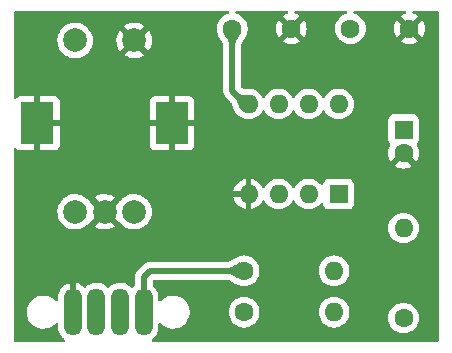
<source format=gtl>
%TF.GenerationSoftware,KiCad,Pcbnew,(6.0.5-0)*%
%TF.CreationDate,2022-05-25T22:38:33-04:00*%
%TF.ProjectId,jv-2080-enc,6a762d32-3038-4302-9d65-6e632e6b6963,1*%
%TF.SameCoordinates,Original*%
%TF.FileFunction,Copper,L1,Top*%
%TF.FilePolarity,Positive*%
%FSLAX46Y46*%
G04 Gerber Fmt 4.6, Leading zero omitted, Abs format (unit mm)*
G04 Created by KiCad (PCBNEW (6.0.5-0)) date 2022-05-25 22:38:33*
%MOMM*%
%LPD*%
G01*
G04 APERTURE LIST*
%TA.AperFunction,ComponentPad*%
%ADD10C,2.000000*%
%TD*%
%TA.AperFunction,ComponentPad*%
%ADD11R,2.800000X3.600000*%
%TD*%
%TA.AperFunction,ComponentPad*%
%ADD12C,1.600000*%
%TD*%
%TA.AperFunction,ComponentPad*%
%ADD13O,1.600000X1.600000*%
%TD*%
%TA.AperFunction,ComponentPad*%
%ADD14R,1.600000X1.600000*%
%TD*%
%TA.AperFunction,ComponentPad*%
%ADD15O,1.500000X4.000000*%
%TD*%
%TA.AperFunction,Conductor*%
%ADD16C,0.500000*%
%TD*%
G04 APERTURE END LIST*
D10*
%TO.P,SW1,1,S1*%
%TO.N,/SWITCH*%
X128200000Y-87500000D03*
%TO.P,SW1,2,S2*%
%TO.N,GND*%
X133200000Y-87500000D03*
D11*
%TO.P,SW1,3,Chassis*%
X125000000Y-94500000D03*
X136400000Y-94500000D03*
D10*
%TO.P,SW1,A,A*%
%TO.N,/ENC_A_IN*%
X128200000Y-102000000D03*
%TO.P,SW1,B,B*%
%TO.N,/ENC_B_IN*%
X133200000Y-102000000D03*
%TO.P,SW1,C,C*%
%TO.N,GND*%
X130700000Y-102000000D03*
%TD*%
D12*
%TO.P,R1,1*%
%TO.N,Net-(J1-Pad2)*%
X142500000Y-110500000D03*
D13*
%TO.P,R1,2*%
%TO.N,/ENC_A_OUT*%
X150120000Y-110500000D03*
%TD*%
D12*
%TO.P,R2,1*%
%TO.N,Net-(J1-Pad1)*%
X142500000Y-107000000D03*
D13*
%TO.P,R2,2*%
%TO.N,/ENC_B_OUT*%
X150120000Y-107000000D03*
%TD*%
D12*
%TO.P,C2,1*%
%TO.N,/ENC_A_IN*%
X151500000Y-86500000D03*
%TO.P,C2,2*%
%TO.N,GND*%
X156500000Y-86500000D03*
%TD*%
%TO.P,R3,1*%
%TO.N,/SWITCH*%
X156000000Y-111000000D03*
D13*
%TO.P,R3,2*%
%TO.N,/SWITCH_IN*%
X156000000Y-103380000D03*
%TD*%
D14*
%TO.P,U1,1,~{RESET}/PB5*%
%TO.N,unconnected-(U1-Pad1)*%
X150500000Y-100500000D03*
D13*
%TO.P,U1,2,PB3*%
%TO.N,/ENC_A_OUT*%
X147960000Y-100500000D03*
%TO.P,U1,3,PB4*%
%TO.N,/ENC_B_OUT*%
X145420000Y-100500000D03*
%TO.P,U1,4,GND*%
%TO.N,GND*%
X142880000Y-100500000D03*
%TO.P,U1,5,PB0*%
%TO.N,/ENC_B_IN*%
X142880000Y-92880000D03*
%TO.P,U1,6,PB1*%
%TO.N,/ENC_A_IN*%
X145420000Y-92880000D03*
%TO.P,U1,7,PB2*%
%TO.N,/SWITCH_IN*%
X147960000Y-92880000D03*
%TO.P,U1,8,VCC*%
%TO.N,Net-(C1-Pad1)*%
X150500000Y-92880000D03*
%TD*%
D15*
%TO.P,J1,1,Pin_1*%
%TO.N,Net-(J1-Pad1)*%
X134000000Y-110500000D03*
%TO.P,J1,2,Pin_2*%
%TO.N,Net-(J1-Pad2)*%
X132000000Y-110500000D03*
%TO.P,J1,3,Pin_3*%
%TO.N,/SWITCH*%
X130000000Y-110500000D03*
%TO.P,J1,4,Pin_4*%
%TO.N,GND*%
X128000000Y-110500000D03*
%TD*%
D12*
%TO.P,C3,1*%
%TO.N,/ENC_B_IN*%
X141500000Y-86500000D03*
%TO.P,C3,2*%
%TO.N,GND*%
X146500000Y-86500000D03*
%TD*%
D14*
%TO.P,C1,1*%
%TO.N,Net-(C1-Pad1)*%
X156000000Y-95044888D03*
D12*
%TO.P,C1,2*%
%TO.N,GND*%
X156000000Y-97044888D03*
%TD*%
D16*
%TO.N,/ENC_B_IN*%
X141500000Y-86500000D02*
X141500000Y-89500000D01*
X141500000Y-89500000D02*
X141500000Y-91762540D01*
X141500000Y-91762540D02*
X142917460Y-93180000D01*
%TO.N,Net-(J1-Pad1)*%
X134500000Y-107000000D02*
X134000000Y-107500000D01*
X134000000Y-107500000D02*
X134000000Y-110500000D01*
X142500000Y-107000000D02*
X134500000Y-107000000D01*
%TD*%
%TA.AperFunction,Conductor*%
%TO.N,Net-(J1-Pad1)*%
G36*
X142157343Y-106285822D02*
G01*
X142613916Y-106724886D01*
X142891231Y-106991567D01*
X142894819Y-106999771D01*
X142891231Y-107008433D01*
X142491936Y-107392416D01*
X142157343Y-107714178D01*
X142149004Y-107717443D01*
X142143838Y-107716126D01*
X142010675Y-107646901D01*
X142010160Y-107646616D01*
X141890054Y-107576280D01*
X141889765Y-107576105D01*
X141783511Y-107509465D01*
X141684990Y-107447770D01*
X141684928Y-107447735D01*
X141684909Y-107447723D01*
X141622575Y-107412034D01*
X141588110Y-107392300D01*
X141546473Y-107372583D01*
X141486916Y-107344380D01*
X141486908Y-107344377D01*
X141486632Y-107344246D01*
X141486347Y-107344146D01*
X141486340Y-107344143D01*
X141374628Y-107304907D01*
X141374620Y-107304905D01*
X141374319Y-107304799D01*
X141374005Y-107304727D01*
X141373998Y-107304725D01*
X141245224Y-107275214D01*
X141245216Y-107275213D01*
X141244934Y-107275148D01*
X141092240Y-107256485D01*
X141092000Y-107256476D01*
X141091994Y-107256476D01*
X141032453Y-107254357D01*
X140921283Y-107250402D01*
X140913138Y-107246683D01*
X140910000Y-107238709D01*
X140910000Y-106761291D01*
X140913427Y-106753018D01*
X140921283Y-106749598D01*
X141026947Y-106745838D01*
X141091994Y-106743523D01*
X141092000Y-106743523D01*
X141092240Y-106743514D01*
X141244934Y-106724851D01*
X141245216Y-106724786D01*
X141245224Y-106724785D01*
X141373998Y-106695274D01*
X141374005Y-106695272D01*
X141374319Y-106695200D01*
X141374620Y-106695094D01*
X141374628Y-106695092D01*
X141486340Y-106655856D01*
X141486347Y-106655853D01*
X141486632Y-106655753D01*
X141486908Y-106655622D01*
X141486916Y-106655619D01*
X141546473Y-106627416D01*
X141588110Y-106607699D01*
X141622575Y-106587965D01*
X141684909Y-106552276D01*
X141684928Y-106552264D01*
X141684990Y-106552229D01*
X141783511Y-106490534D01*
X141889779Y-106423885D01*
X141890054Y-106423719D01*
X142010161Y-106353383D01*
X142010675Y-106353098D01*
X142011246Y-106352801D01*
X142143837Y-106283874D01*
X142152758Y-106283098D01*
X142157343Y-106285822D01*
G37*
%TD.AperFunction*%
%TD*%
%TA.AperFunction,Conductor*%
%TO.N,/ENC_B_IN*%
G36*
X141508433Y-86108769D02*
G01*
X142214178Y-86842657D01*
X142217443Y-86850996D01*
X142216126Y-86856162D01*
X142147514Y-86988145D01*
X142146901Y-86989324D01*
X142146616Y-86989839D01*
X142076289Y-87109930D01*
X142076114Y-87110220D01*
X142009465Y-87216488D01*
X141947770Y-87315009D01*
X141947735Y-87315071D01*
X141947723Y-87315090D01*
X141912034Y-87377424D01*
X141892300Y-87411889D01*
X141844246Y-87513367D01*
X141844146Y-87513652D01*
X141844143Y-87513659D01*
X141804907Y-87625371D01*
X141804905Y-87625379D01*
X141804799Y-87625680D01*
X141775148Y-87755065D01*
X141756485Y-87907759D01*
X141756476Y-87907999D01*
X141756476Y-87908005D01*
X141750402Y-88078716D01*
X141746683Y-88086862D01*
X141738709Y-88090000D01*
X141261291Y-88090000D01*
X141253018Y-88086573D01*
X141249598Y-88078716D01*
X141243523Y-87908005D01*
X141243523Y-87907999D01*
X141243514Y-87907759D01*
X141224851Y-87755065D01*
X141195200Y-87625680D01*
X141195094Y-87625379D01*
X141195092Y-87625371D01*
X141155856Y-87513659D01*
X141155853Y-87513652D01*
X141155753Y-87513367D01*
X141107699Y-87411889D01*
X141087965Y-87377424D01*
X141052276Y-87315090D01*
X141052264Y-87315071D01*
X141052229Y-87315009D01*
X140990534Y-87216488D01*
X140923885Y-87110220D01*
X140923710Y-87109930D01*
X140853383Y-86989839D01*
X140853098Y-86989324D01*
X140783874Y-86856164D01*
X140783098Y-86847242D01*
X140785822Y-86842657D01*
X141491567Y-86108769D01*
X141499771Y-86105181D01*
X141508433Y-86108769D01*
G37*
%TD.AperFunction*%
%TD*%
%TA.AperFunction,Conductor*%
%TO.N,/ENC_B_IN*%
G36*
X141978189Y-91886370D02*
G01*
X142065514Y-91965168D01*
X142065806Y-91965371D01*
X142065812Y-91965376D01*
X142153684Y-92026524D01*
X142154401Y-92027023D01*
X142196986Y-92047763D01*
X142238350Y-92067909D01*
X142238353Y-92067910D01*
X142238790Y-92068123D01*
X142239255Y-92068259D01*
X142239258Y-92068260D01*
X142291309Y-92083466D01*
X142320874Y-92092103D01*
X142321325Y-92092161D01*
X142321331Y-92092162D01*
X142363801Y-92097600D01*
X142402844Y-92102599D01*
X142403184Y-92102602D01*
X142403190Y-92102602D01*
X142486705Y-92103244D01*
X142486716Y-92103244D01*
X142486890Y-92103245D01*
X142575206Y-92097676D01*
X142608680Y-92094799D01*
X142669858Y-92089540D01*
X142670060Y-92089524D01*
X142773150Y-92082455D01*
X142773704Y-92082431D01*
X142879265Y-92080214D01*
X142887609Y-92083466D01*
X142890524Y-92087962D01*
X142895757Y-92102554D01*
X143234202Y-93046352D01*
X143233769Y-93055296D01*
X143226705Y-93061460D01*
X142255783Y-93367366D01*
X142246863Y-93366584D01*
X142242670Y-93362898D01*
X142159962Y-93244251D01*
X142159311Y-93243203D01*
X142095646Y-93127570D01*
X142095153Y-93126563D01*
X142048208Y-93017774D01*
X142047921Y-93017043D01*
X142010842Y-92912309D01*
X142010758Y-92912062D01*
X141976833Y-92809006D01*
X141976803Y-92808914D01*
X141939217Y-92705011D01*
X141891213Y-92597954D01*
X141825961Y-92485205D01*
X141736628Y-92364225D01*
X141623919Y-92240734D01*
X141620873Y-92232313D01*
X141624288Y-92224574D01*
X141962079Y-91886783D01*
X141970352Y-91883356D01*
X141978189Y-91886370D01*
G37*
%TD.AperFunction*%
%TD*%
%TA.AperFunction,Conductor*%
%TO.N,Net-(J1-Pad1)*%
G36*
X134246959Y-109013427D02*
G01*
X134250379Y-109021308D01*
X134255706Y-109180231D01*
X134272177Y-109323243D01*
X134298443Y-109444751D01*
X134333533Y-109550466D01*
X134376475Y-109646104D01*
X134426299Y-109737376D01*
X134426353Y-109737466D01*
X134482035Y-109829996D01*
X134542636Y-109929557D01*
X134542785Y-109929809D01*
X134607219Y-110041898D01*
X134607471Y-110042359D01*
X134671156Y-110165641D01*
X134671908Y-110174564D01*
X134669194Y-110179121D01*
X134008433Y-110866231D01*
X134000229Y-110869819D01*
X133991567Y-110866231D01*
X133330806Y-110179121D01*
X133327541Y-110170782D01*
X133328844Y-110165641D01*
X133392528Y-110042359D01*
X133392780Y-110041898D01*
X133457214Y-109929809D01*
X133457363Y-109929557D01*
X133517964Y-109829996D01*
X133573646Y-109737466D01*
X133573700Y-109737376D01*
X133623524Y-109646104D01*
X133666466Y-109550466D01*
X133701556Y-109444751D01*
X133727822Y-109323243D01*
X133744293Y-109180231D01*
X133749621Y-109021308D01*
X133753323Y-109013154D01*
X133761314Y-109010000D01*
X134238686Y-109010000D01*
X134246959Y-109013427D01*
G37*
%TD.AperFunction*%
%TD*%
%TA.AperFunction,Conductor*%
%TO.N,GND*%
G36*
X141198494Y-85019685D02*
G01*
X141244249Y-85072489D01*
X141254193Y-85141647D01*
X141225168Y-85205203D01*
X141163548Y-85243775D01*
X141053504Y-85273261D01*
X141048600Y-85275548D01*
X141048594Y-85275550D01*
X140868239Y-85359652D01*
X140847266Y-85369432D01*
X140842829Y-85372539D01*
X140842827Y-85372540D01*
X140665296Y-85496847D01*
X140665292Y-85496851D01*
X140660861Y-85499953D01*
X140499953Y-85660861D01*
X140496851Y-85665292D01*
X140496847Y-85665296D01*
X140372540Y-85842827D01*
X140369432Y-85847266D01*
X140367142Y-85852177D01*
X140275550Y-86048594D01*
X140275548Y-86048600D01*
X140273261Y-86053504D01*
X140214365Y-86273308D01*
X140213894Y-86278693D01*
X140213893Y-86278698D01*
X140203382Y-86398842D01*
X140194532Y-86500000D01*
X140195004Y-86505395D01*
X140201319Y-86577571D01*
X140214365Y-86726692D01*
X140273261Y-86946496D01*
X140313194Y-87032132D01*
X140319198Y-87045008D01*
X140323856Y-87056456D01*
X140335359Y-87089327D01*
X140404583Y-87222487D01*
X140410807Y-87234087D01*
X140411092Y-87234602D01*
X140411220Y-87234826D01*
X140417032Y-87245036D01*
X140417065Y-87245094D01*
X140417176Y-87245288D01*
X140417321Y-87245535D01*
X140417338Y-87245565D01*
X140422330Y-87254089D01*
X140487503Y-87365379D01*
X140490907Y-87371104D01*
X140491082Y-87371394D01*
X140493596Y-87375480D01*
X140495572Y-87378692D01*
X140495779Y-87379025D01*
X140562057Y-87484701D01*
X140562100Y-87484777D01*
X140562103Y-87484775D01*
X140569269Y-87496218D01*
X140615629Y-87570250D01*
X140617216Y-87572785D01*
X140619706Y-87576942D01*
X140649281Y-87628595D01*
X140649282Y-87628596D01*
X140648157Y-87629240D01*
X140648159Y-87629248D01*
X140649286Y-87628603D01*
X140656857Y-87641826D01*
X140661309Y-87650355D01*
X140684183Y-87698659D01*
X140684802Y-87699965D01*
X140689725Y-87711941D01*
X140706513Y-87759737D01*
X140710387Y-87773131D01*
X140724831Y-87836158D01*
X140727048Y-87848811D01*
X140738460Y-87942184D01*
X140739297Y-87952807D01*
X140744418Y-88096694D01*
X140748039Y-88141712D01*
X140748137Y-88142068D01*
X140749500Y-88157695D01*
X140749500Y-91696236D01*
X140748090Y-91714884D01*
X140744852Y-91736170D01*
X140745436Y-91743351D01*
X140745436Y-91743353D01*
X140749092Y-91788301D01*
X140749500Y-91798353D01*
X140749500Y-91806362D01*
X140749916Y-91809927D01*
X140752759Y-91834314D01*
X140753185Y-91838618D01*
X140759039Y-91910599D01*
X140761257Y-91917447D01*
X140762438Y-91923355D01*
X140763823Y-91929212D01*
X140764657Y-91936368D01*
X140767115Y-91943139D01*
X140789313Y-92004294D01*
X140790715Y-92008381D01*
X140812973Y-92077086D01*
X140816711Y-92083245D01*
X140819219Y-92088724D01*
X140821912Y-92094102D01*
X140824369Y-92100871D01*
X140828318Y-92106894D01*
X140863977Y-92161284D01*
X140866277Y-92164929D01*
X140903761Y-92226700D01*
X140907416Y-92230838D01*
X140911085Y-92234992D01*
X140911057Y-92235017D01*
X140913618Y-92237906D01*
X140916375Y-92241203D01*
X140920323Y-92247225D01*
X140927282Y-92253817D01*
X140975971Y-92299941D01*
X140978374Y-92302281D01*
X141227303Y-92551210D01*
X141242171Y-92569179D01*
X141250549Y-92581505D01*
X141341231Y-92680861D01*
X141349371Y-92690765D01*
X141398473Y-92757263D01*
X141406027Y-92768786D01*
X141437427Y-92823040D01*
X141443250Y-92834417D01*
X141468378Y-92890457D01*
X141471832Y-92898995D01*
X141498337Y-92972267D01*
X141499513Y-92975673D01*
X141530605Y-93070122D01*
X141532176Y-93074819D01*
X141532260Y-93075066D01*
X141532375Y-93075396D01*
X141534207Y-93080678D01*
X141534380Y-93081173D01*
X141564073Y-93165043D01*
X141571402Y-93185745D01*
X141577387Y-93201781D01*
X141577674Y-93202512D01*
X141584078Y-93218057D01*
X141631023Y-93326846D01*
X141631311Y-93327472D01*
X141631324Y-93327501D01*
X141640823Y-93348141D01*
X141641142Y-93348834D01*
X141641635Y-93349841D01*
X141652827Y-93371376D01*
X141716492Y-93487009D01*
X141729913Y-93509938D01*
X141730564Y-93510986D01*
X141745275Y-93533327D01*
X141827983Y-93651974D01*
X141845933Y-93672064D01*
X141855031Y-93683546D01*
X141879953Y-93719139D01*
X142040861Y-93880047D01*
X142045292Y-93883149D01*
X142045296Y-93883153D01*
X142051279Y-93887342D01*
X142227266Y-94010568D01*
X142232177Y-94012858D01*
X142428594Y-94104450D01*
X142428600Y-94104452D01*
X142433504Y-94106739D01*
X142653308Y-94165635D01*
X142658693Y-94166106D01*
X142658698Y-94166107D01*
X142874605Y-94184996D01*
X142880000Y-94185468D01*
X142885395Y-94184996D01*
X143101302Y-94166107D01*
X143101307Y-94166106D01*
X143106692Y-94165635D01*
X143326496Y-94106739D01*
X143331400Y-94104452D01*
X143331406Y-94104450D01*
X143527823Y-94012858D01*
X143532734Y-94010568D01*
X143708721Y-93887342D01*
X143714704Y-93883153D01*
X143714708Y-93883149D01*
X143719139Y-93880047D01*
X143880047Y-93719139D01*
X143883149Y-93714708D01*
X143883153Y-93714704D01*
X144007460Y-93537173D01*
X144007461Y-93537171D01*
X144010568Y-93532734D01*
X144037618Y-93474724D01*
X144083790Y-93422286D01*
X144150984Y-93403134D01*
X144217865Y-93423350D01*
X144262382Y-93474724D01*
X144289432Y-93532734D01*
X144292539Y-93537171D01*
X144292540Y-93537173D01*
X144416847Y-93714704D01*
X144416851Y-93714708D01*
X144419953Y-93719139D01*
X144580861Y-93880047D01*
X144585292Y-93883149D01*
X144585296Y-93883153D01*
X144591279Y-93887342D01*
X144767266Y-94010568D01*
X144772177Y-94012858D01*
X144968594Y-94104450D01*
X144968600Y-94104452D01*
X144973504Y-94106739D01*
X145193308Y-94165635D01*
X145198693Y-94166106D01*
X145198698Y-94166107D01*
X145414605Y-94184996D01*
X145420000Y-94185468D01*
X145425395Y-94184996D01*
X145641302Y-94166107D01*
X145641307Y-94166106D01*
X145646692Y-94165635D01*
X145866496Y-94106739D01*
X145871400Y-94104452D01*
X145871406Y-94104450D01*
X146067823Y-94012858D01*
X146072734Y-94010568D01*
X146248721Y-93887342D01*
X146254704Y-93883153D01*
X146254708Y-93883149D01*
X146259139Y-93880047D01*
X146420047Y-93719139D01*
X146423149Y-93714708D01*
X146423153Y-93714704D01*
X146547460Y-93537173D01*
X146547461Y-93537171D01*
X146550568Y-93532734D01*
X146577618Y-93474724D01*
X146623790Y-93422286D01*
X146690984Y-93403134D01*
X146757865Y-93423350D01*
X146802382Y-93474724D01*
X146829432Y-93532734D01*
X146832539Y-93537171D01*
X146832540Y-93537173D01*
X146956847Y-93714704D01*
X146956851Y-93714708D01*
X146959953Y-93719139D01*
X147120861Y-93880047D01*
X147125292Y-93883149D01*
X147125296Y-93883153D01*
X147131279Y-93887342D01*
X147307266Y-94010568D01*
X147312177Y-94012858D01*
X147508594Y-94104450D01*
X147508600Y-94104452D01*
X147513504Y-94106739D01*
X147733308Y-94165635D01*
X147738693Y-94166106D01*
X147738698Y-94166107D01*
X147954605Y-94184996D01*
X147960000Y-94185468D01*
X147965395Y-94184996D01*
X148181302Y-94166107D01*
X148181307Y-94166106D01*
X148186692Y-94165635D01*
X148406496Y-94106739D01*
X148411400Y-94104452D01*
X148411406Y-94104450D01*
X148607823Y-94012858D01*
X148612734Y-94010568D01*
X148788721Y-93887342D01*
X148794704Y-93883153D01*
X148794708Y-93883149D01*
X148799139Y-93880047D01*
X148960047Y-93719139D01*
X148963149Y-93714708D01*
X148963153Y-93714704D01*
X149087460Y-93537173D01*
X149087461Y-93537171D01*
X149090568Y-93532734D01*
X149117618Y-93474724D01*
X149163790Y-93422286D01*
X149230984Y-93403134D01*
X149297865Y-93423350D01*
X149342382Y-93474724D01*
X149369432Y-93532734D01*
X149372539Y-93537171D01*
X149372540Y-93537173D01*
X149496847Y-93714704D01*
X149496851Y-93714708D01*
X149499953Y-93719139D01*
X149660861Y-93880047D01*
X149665292Y-93883149D01*
X149665296Y-93883153D01*
X149671279Y-93887342D01*
X149847266Y-94010568D01*
X149852177Y-94012858D01*
X150048594Y-94104450D01*
X150048600Y-94104452D01*
X150053504Y-94106739D01*
X150273308Y-94165635D01*
X150278693Y-94166106D01*
X150278698Y-94166107D01*
X150494605Y-94184996D01*
X150500000Y-94185468D01*
X150505395Y-94184996D01*
X150721302Y-94166107D01*
X150721307Y-94166106D01*
X150726692Y-94165635D01*
X150946496Y-94106739D01*
X150951400Y-94104452D01*
X150951406Y-94104450D01*
X151147823Y-94012858D01*
X151152734Y-94010568D01*
X151328721Y-93887342D01*
X151334704Y-93883153D01*
X151334708Y-93883149D01*
X151339139Y-93880047D01*
X151500047Y-93719139D01*
X151503149Y-93714708D01*
X151503153Y-93714704D01*
X151627460Y-93537173D01*
X151627461Y-93537171D01*
X151630568Y-93532734D01*
X151691002Y-93403134D01*
X151724450Y-93331406D01*
X151724452Y-93331400D01*
X151726739Y-93326496D01*
X151785635Y-93106692D01*
X151788835Y-93070122D01*
X151804996Y-92885395D01*
X151805468Y-92880000D01*
X151795215Y-92762808D01*
X151786107Y-92658698D01*
X151786106Y-92658693D01*
X151785635Y-92653308D01*
X151726739Y-92433504D01*
X151724452Y-92428600D01*
X151724450Y-92428594D01*
X151639875Y-92247225D01*
X151630568Y-92227266D01*
X151623961Y-92217830D01*
X151503153Y-92045296D01*
X151503149Y-92045292D01*
X151500047Y-92040861D01*
X151339139Y-91879953D01*
X151334708Y-91876851D01*
X151334704Y-91876847D01*
X151157173Y-91752540D01*
X151157171Y-91752539D01*
X151152734Y-91749432D01*
X151109019Y-91729047D01*
X150951406Y-91655550D01*
X150951400Y-91655548D01*
X150946496Y-91653261D01*
X150726692Y-91594365D01*
X150721307Y-91593894D01*
X150721302Y-91593893D01*
X150505395Y-91575004D01*
X150500000Y-91574532D01*
X150494605Y-91575004D01*
X150278698Y-91593893D01*
X150278693Y-91593894D01*
X150273308Y-91594365D01*
X150053504Y-91653261D01*
X150048600Y-91655548D01*
X150048594Y-91655550D01*
X149890981Y-91729047D01*
X149847266Y-91749432D01*
X149842829Y-91752539D01*
X149842827Y-91752540D01*
X149665296Y-91876847D01*
X149665292Y-91876851D01*
X149660861Y-91879953D01*
X149499953Y-92040861D01*
X149496851Y-92045292D01*
X149496847Y-92045296D01*
X149376039Y-92217830D01*
X149369432Y-92227266D01*
X149353137Y-92262212D01*
X149342382Y-92285275D01*
X149296210Y-92337714D01*
X149229016Y-92356866D01*
X149162135Y-92336650D01*
X149117618Y-92285275D01*
X149106864Y-92262212D01*
X149090568Y-92227266D01*
X149083961Y-92217830D01*
X148963153Y-92045296D01*
X148963149Y-92045292D01*
X148960047Y-92040861D01*
X148799139Y-91879953D01*
X148794708Y-91876851D01*
X148794704Y-91876847D01*
X148617173Y-91752540D01*
X148617171Y-91752539D01*
X148612734Y-91749432D01*
X148569019Y-91729047D01*
X148411406Y-91655550D01*
X148411400Y-91655548D01*
X148406496Y-91653261D01*
X148186692Y-91594365D01*
X148181307Y-91593894D01*
X148181302Y-91593893D01*
X147965395Y-91575004D01*
X147960000Y-91574532D01*
X147954605Y-91575004D01*
X147738698Y-91593893D01*
X147738693Y-91593894D01*
X147733308Y-91594365D01*
X147513504Y-91653261D01*
X147508600Y-91655548D01*
X147508594Y-91655550D01*
X147350981Y-91729047D01*
X147307266Y-91749432D01*
X147302829Y-91752539D01*
X147302827Y-91752540D01*
X147125296Y-91876847D01*
X147125292Y-91876851D01*
X147120861Y-91879953D01*
X146959953Y-92040861D01*
X146956851Y-92045292D01*
X146956847Y-92045296D01*
X146836039Y-92217830D01*
X146829432Y-92227266D01*
X146813137Y-92262212D01*
X146802382Y-92285275D01*
X146756210Y-92337714D01*
X146689016Y-92356866D01*
X146622135Y-92336650D01*
X146577618Y-92285275D01*
X146566864Y-92262212D01*
X146550568Y-92227266D01*
X146543961Y-92217830D01*
X146423153Y-92045296D01*
X146423149Y-92045292D01*
X146420047Y-92040861D01*
X146259139Y-91879953D01*
X146254708Y-91876851D01*
X146254704Y-91876847D01*
X146077173Y-91752540D01*
X146077171Y-91752539D01*
X146072734Y-91749432D01*
X146029019Y-91729047D01*
X145871406Y-91655550D01*
X145871400Y-91655548D01*
X145866496Y-91653261D01*
X145646692Y-91594365D01*
X145641307Y-91593894D01*
X145641302Y-91593893D01*
X145425395Y-91575004D01*
X145420000Y-91574532D01*
X145414605Y-91575004D01*
X145198698Y-91593893D01*
X145198693Y-91593894D01*
X145193308Y-91594365D01*
X144973504Y-91653261D01*
X144968600Y-91655548D01*
X144968594Y-91655550D01*
X144810981Y-91729047D01*
X144767266Y-91749432D01*
X144762829Y-91752539D01*
X144762827Y-91752540D01*
X144585296Y-91876847D01*
X144585292Y-91876851D01*
X144580861Y-91879953D01*
X144419953Y-92040861D01*
X144416851Y-92045292D01*
X144416847Y-92045296D01*
X144296039Y-92217830D01*
X144289432Y-92227266D01*
X144273137Y-92262212D01*
X144262382Y-92285275D01*
X144216210Y-92337714D01*
X144149016Y-92356866D01*
X144082135Y-92336650D01*
X144037618Y-92285275D01*
X144026864Y-92262212D01*
X144010568Y-92227266D01*
X144003961Y-92217830D01*
X143883153Y-92045296D01*
X143883149Y-92045292D01*
X143880047Y-92040861D01*
X143719139Y-91879953D01*
X143714708Y-91876851D01*
X143714704Y-91876847D01*
X143537173Y-91752540D01*
X143537171Y-91752539D01*
X143532734Y-91749432D01*
X143489019Y-91729047D01*
X143331406Y-91655550D01*
X143331400Y-91655548D01*
X143326496Y-91653261D01*
X143106692Y-91594365D01*
X143101307Y-91593894D01*
X143101302Y-91593893D01*
X142885395Y-91575004D01*
X142880000Y-91574532D01*
X142874603Y-91575004D01*
X142870114Y-91575004D01*
X142869196Y-91574892D01*
X142869196Y-91574753D01*
X142868650Y-91574762D01*
X142868651Y-91574825D01*
X142763362Y-91577036D01*
X142763318Y-91577037D01*
X142763090Y-91577042D01*
X142751826Y-91577405D01*
X142751272Y-91577429D01*
X142750880Y-91577451D01*
X142750858Y-91577452D01*
X142738920Y-91578119D01*
X142738877Y-91578122D01*
X142738568Y-91578139D01*
X142635478Y-91585208D01*
X142626776Y-91585881D01*
X142626485Y-91585906D01*
X142626299Y-91585921D01*
X142539053Y-91593420D01*
X142536270Y-91593627D01*
X142506310Y-91595517D01*
X142477278Y-91597347D01*
X142468529Y-91597589D01*
X142462094Y-91597540D01*
X142460150Y-91597525D01*
X142390279Y-91575317D01*
X142386887Y-91572956D01*
X142374646Y-91563238D01*
X142317790Y-91511933D01*
X142317789Y-91511932D01*
X142316838Y-91511074D01*
X142311792Y-91506881D01*
X142295242Y-91493125D01*
X142256267Y-91435136D01*
X142250500Y-91397762D01*
X142250500Y-88135970D01*
X142252467Y-88113970D01*
X142254797Y-88101044D01*
X142255582Y-88096691D01*
X142260702Y-87952810D01*
X142261539Y-87942184D01*
X142261540Y-87942182D01*
X142272951Y-87848813D01*
X142275169Y-87836159D01*
X142289613Y-87773135D01*
X142293485Y-87759746D01*
X142310273Y-87711945D01*
X142315197Y-87699965D01*
X142323385Y-87682674D01*
X142338697Y-87650340D01*
X142343142Y-87641826D01*
X142379683Y-87578005D01*
X145780808Y-87578005D01*
X145789956Y-87589829D01*
X145843079Y-87627026D01*
X145852425Y-87632423D01*
X146048769Y-87723979D01*
X146058902Y-87727668D01*
X146268163Y-87783739D01*
X146278794Y-87785613D01*
X146494605Y-87804494D01*
X146505395Y-87804494D01*
X146721206Y-87785613D01*
X146731837Y-87783739D01*
X146941098Y-87727668D01*
X146951231Y-87723979D01*
X147147575Y-87632423D01*
X147156921Y-87627026D01*
X147210867Y-87589252D01*
X147219110Y-87578941D01*
X147212154Y-87565708D01*
X146512607Y-86866160D01*
X146498887Y-86858668D01*
X146497082Y-86858797D01*
X146490573Y-86862980D01*
X145787135Y-87566419D01*
X145780808Y-87578005D01*
X142379683Y-87578005D01*
X142380267Y-87576985D01*
X142382775Y-87572798D01*
X142437895Y-87484776D01*
X142437916Y-87484789D01*
X142437942Y-87484700D01*
X142504181Y-87379088D01*
X142504427Y-87378692D01*
X142506403Y-87375480D01*
X142508917Y-87371394D01*
X142509092Y-87371104D01*
X142512496Y-87365379D01*
X142577669Y-87254089D01*
X142582661Y-87245565D01*
X142582678Y-87245535D01*
X142582823Y-87245288D01*
X142582934Y-87245094D01*
X142582967Y-87245036D01*
X142588779Y-87234826D01*
X142588907Y-87234602D01*
X142589192Y-87234087D01*
X142595416Y-87222487D01*
X142664641Y-87089325D01*
X142683336Y-87040330D01*
X142686807Y-87032132D01*
X142724448Y-86951411D01*
X142724451Y-86951402D01*
X142726739Y-86946496D01*
X142785635Y-86726692D01*
X142798682Y-86577571D01*
X142804996Y-86505395D01*
X145195506Y-86505395D01*
X145214387Y-86721206D01*
X145216261Y-86731837D01*
X145272332Y-86941098D01*
X145276021Y-86951231D01*
X145367577Y-87147575D01*
X145372974Y-87156921D01*
X145410748Y-87210867D01*
X145421059Y-87219110D01*
X145434292Y-87212154D01*
X146133840Y-86512607D01*
X146140116Y-86501113D01*
X146858668Y-86501113D01*
X146858797Y-86502918D01*
X146862980Y-86509427D01*
X147566419Y-87212865D01*
X147578005Y-87219192D01*
X147589829Y-87210044D01*
X147627026Y-87156921D01*
X147632423Y-87147575D01*
X147723979Y-86951231D01*
X147727668Y-86941098D01*
X147783739Y-86731837D01*
X147785613Y-86721206D01*
X147804494Y-86505395D01*
X147804494Y-86494605D01*
X147785613Y-86278794D01*
X147783739Y-86268163D01*
X147727668Y-86058902D01*
X147723979Y-86048769D01*
X147632423Y-85852425D01*
X147627026Y-85843079D01*
X147589252Y-85789133D01*
X147578941Y-85780890D01*
X147565708Y-85787846D01*
X146866160Y-86487393D01*
X146858668Y-86501113D01*
X146140116Y-86501113D01*
X146141332Y-86498887D01*
X146141203Y-86497082D01*
X146137020Y-86490573D01*
X145433581Y-85787135D01*
X145421995Y-85780808D01*
X145410171Y-85789956D01*
X145372974Y-85843079D01*
X145367577Y-85852425D01*
X145276021Y-86048769D01*
X145272332Y-86058902D01*
X145216261Y-86268163D01*
X145214387Y-86278794D01*
X145195506Y-86494605D01*
X145195506Y-86505395D01*
X142804996Y-86505395D01*
X142805468Y-86500000D01*
X142796618Y-86398842D01*
X142786107Y-86278698D01*
X142786106Y-86278693D01*
X142785635Y-86273308D01*
X142726739Y-86053504D01*
X142724452Y-86048600D01*
X142724450Y-86048594D01*
X142632858Y-85852177D01*
X142630568Y-85847266D01*
X142627460Y-85842827D01*
X142503153Y-85665296D01*
X142503149Y-85665292D01*
X142500047Y-85660861D01*
X142339139Y-85499953D01*
X142334708Y-85496851D01*
X142334704Y-85496847D01*
X142157173Y-85372540D01*
X142157171Y-85372539D01*
X142152734Y-85369432D01*
X142131761Y-85359652D01*
X141951406Y-85275550D01*
X141951400Y-85275548D01*
X141946496Y-85273261D01*
X141836452Y-85243775D01*
X141776791Y-85207410D01*
X141746262Y-85144563D01*
X141754557Y-85075188D01*
X141799042Y-85021310D01*
X141868545Y-85000000D01*
X146133385Y-85000000D01*
X146200424Y-85019685D01*
X146246179Y-85072489D01*
X146256123Y-85141647D01*
X146227098Y-85205203D01*
X146165479Y-85243775D01*
X146058902Y-85272332D01*
X146048769Y-85276021D01*
X145852425Y-85367577D01*
X145843079Y-85372974D01*
X145789133Y-85410748D01*
X145780890Y-85421059D01*
X145787846Y-85434292D01*
X146487393Y-86133840D01*
X146501113Y-86141332D01*
X146502918Y-86141203D01*
X146509427Y-86137020D01*
X147212865Y-85433581D01*
X147219192Y-85421995D01*
X147210044Y-85410171D01*
X147156921Y-85372974D01*
X147147575Y-85367577D01*
X146951231Y-85276021D01*
X146941098Y-85272332D01*
X146834521Y-85243775D01*
X146774861Y-85207410D01*
X146744332Y-85144563D01*
X146752627Y-85075187D01*
X146797112Y-85021309D01*
X146866615Y-85000000D01*
X151131455Y-85000000D01*
X151198494Y-85019685D01*
X151244249Y-85072489D01*
X151254193Y-85141647D01*
X151225168Y-85205203D01*
X151163548Y-85243775D01*
X151053504Y-85273261D01*
X151048600Y-85275548D01*
X151048594Y-85275550D01*
X150868239Y-85359652D01*
X150847266Y-85369432D01*
X150842829Y-85372539D01*
X150842827Y-85372540D01*
X150665296Y-85496847D01*
X150665292Y-85496851D01*
X150660861Y-85499953D01*
X150499953Y-85660861D01*
X150496851Y-85665292D01*
X150496847Y-85665296D01*
X150372540Y-85842827D01*
X150369432Y-85847266D01*
X150367142Y-85852177D01*
X150275550Y-86048594D01*
X150275548Y-86048600D01*
X150273261Y-86053504D01*
X150214365Y-86273308D01*
X150213894Y-86278693D01*
X150213893Y-86278698D01*
X150203382Y-86398842D01*
X150194532Y-86500000D01*
X150195004Y-86505395D01*
X150201319Y-86577571D01*
X150214365Y-86726692D01*
X150273261Y-86946496D01*
X150275548Y-86951400D01*
X150275550Y-86951406D01*
X150359652Y-87131761D01*
X150369432Y-87152734D01*
X150372539Y-87157171D01*
X150372540Y-87157173D01*
X150496847Y-87334704D01*
X150496851Y-87334708D01*
X150499953Y-87339139D01*
X150660861Y-87500047D01*
X150665292Y-87503149D01*
X150665296Y-87503153D01*
X150773534Y-87578941D01*
X150847266Y-87630568D01*
X150852177Y-87632858D01*
X151048594Y-87724450D01*
X151048600Y-87724452D01*
X151053504Y-87726739D01*
X151273308Y-87785635D01*
X151278693Y-87786106D01*
X151278698Y-87786107D01*
X151494605Y-87804996D01*
X151500000Y-87805468D01*
X151505395Y-87804996D01*
X151721302Y-87786107D01*
X151721307Y-87786106D01*
X151726692Y-87785635D01*
X151946496Y-87726739D01*
X151951400Y-87724452D01*
X151951406Y-87724450D01*
X152147823Y-87632858D01*
X152152734Y-87630568D01*
X152226466Y-87578941D01*
X152227803Y-87578005D01*
X155780808Y-87578005D01*
X155789956Y-87589829D01*
X155843079Y-87627026D01*
X155852425Y-87632423D01*
X156048769Y-87723979D01*
X156058902Y-87727668D01*
X156268163Y-87783739D01*
X156278794Y-87785613D01*
X156494605Y-87804494D01*
X156505395Y-87804494D01*
X156721206Y-87785613D01*
X156731837Y-87783739D01*
X156941098Y-87727668D01*
X156951231Y-87723979D01*
X157147575Y-87632423D01*
X157156921Y-87627026D01*
X157210867Y-87589252D01*
X157219110Y-87578941D01*
X157212154Y-87565708D01*
X156512607Y-86866160D01*
X156498887Y-86858668D01*
X156497082Y-86858797D01*
X156490573Y-86862980D01*
X155787135Y-87566419D01*
X155780808Y-87578005D01*
X152227803Y-87578005D01*
X152334704Y-87503153D01*
X152334708Y-87503149D01*
X152339139Y-87500047D01*
X152500047Y-87339139D01*
X152503149Y-87334708D01*
X152503153Y-87334704D01*
X152627460Y-87157173D01*
X152627461Y-87157171D01*
X152630568Y-87152734D01*
X152640348Y-87131761D01*
X152724450Y-86951406D01*
X152724452Y-86951400D01*
X152726739Y-86946496D01*
X152785635Y-86726692D01*
X152798682Y-86577571D01*
X152804996Y-86505395D01*
X155195506Y-86505395D01*
X155214387Y-86721206D01*
X155216261Y-86731837D01*
X155272332Y-86941098D01*
X155276021Y-86951231D01*
X155367577Y-87147575D01*
X155372974Y-87156921D01*
X155410748Y-87210867D01*
X155421059Y-87219110D01*
X155434292Y-87212154D01*
X156133840Y-86512607D01*
X156140116Y-86501113D01*
X156858668Y-86501113D01*
X156858797Y-86502918D01*
X156862980Y-86509427D01*
X157566419Y-87212865D01*
X157578005Y-87219192D01*
X157589829Y-87210044D01*
X157627026Y-87156921D01*
X157632423Y-87147575D01*
X157723979Y-86951231D01*
X157727668Y-86941098D01*
X157783739Y-86731837D01*
X157785613Y-86721206D01*
X157804494Y-86505395D01*
X157804494Y-86494605D01*
X157785613Y-86278794D01*
X157783739Y-86268163D01*
X157727668Y-86058902D01*
X157723979Y-86048769D01*
X157632423Y-85852425D01*
X157627026Y-85843079D01*
X157589252Y-85789133D01*
X157578941Y-85780890D01*
X157565708Y-85787846D01*
X156866160Y-86487393D01*
X156858668Y-86501113D01*
X156140116Y-86501113D01*
X156141332Y-86498887D01*
X156141203Y-86497082D01*
X156137020Y-86490573D01*
X155433581Y-85787135D01*
X155421995Y-85780808D01*
X155410171Y-85789956D01*
X155372974Y-85843079D01*
X155367577Y-85852425D01*
X155276021Y-86048769D01*
X155272332Y-86058902D01*
X155216261Y-86268163D01*
X155214387Y-86278794D01*
X155195506Y-86494605D01*
X155195506Y-86505395D01*
X152804996Y-86505395D01*
X152805468Y-86500000D01*
X152796618Y-86398842D01*
X152786107Y-86278698D01*
X152786106Y-86278693D01*
X152785635Y-86273308D01*
X152726739Y-86053504D01*
X152724452Y-86048600D01*
X152724450Y-86048594D01*
X152632858Y-85852177D01*
X152630568Y-85847266D01*
X152627460Y-85842827D01*
X152503153Y-85665296D01*
X152503149Y-85665292D01*
X152500047Y-85660861D01*
X152339139Y-85499953D01*
X152334708Y-85496851D01*
X152334704Y-85496847D01*
X152157173Y-85372540D01*
X152157171Y-85372539D01*
X152152734Y-85369432D01*
X152131761Y-85359652D01*
X151951406Y-85275550D01*
X151951400Y-85275548D01*
X151946496Y-85273261D01*
X151836452Y-85243775D01*
X151776791Y-85207410D01*
X151746262Y-85144563D01*
X151754557Y-85075188D01*
X151799042Y-85021310D01*
X151868545Y-85000000D01*
X156133385Y-85000000D01*
X156200424Y-85019685D01*
X156246179Y-85072489D01*
X156256123Y-85141647D01*
X156227098Y-85205203D01*
X156165479Y-85243775D01*
X156058902Y-85272332D01*
X156048769Y-85276021D01*
X155852425Y-85367577D01*
X155843079Y-85372974D01*
X155789133Y-85410748D01*
X155780890Y-85421059D01*
X155787846Y-85434292D01*
X156487393Y-86133840D01*
X156501113Y-86141332D01*
X156502918Y-86141203D01*
X156509427Y-86137020D01*
X157212865Y-85433581D01*
X157219192Y-85421995D01*
X157210044Y-85410171D01*
X157156921Y-85372974D01*
X157147575Y-85367577D01*
X156951231Y-85276021D01*
X156941098Y-85272332D01*
X156834521Y-85243775D01*
X156774861Y-85207410D01*
X156744332Y-85144563D01*
X156752627Y-85075187D01*
X156797112Y-85021309D01*
X156866615Y-85000000D01*
X158876000Y-85000000D01*
X158943039Y-85019685D01*
X158988794Y-85072489D01*
X159000000Y-85124000D01*
X159000000Y-112876000D01*
X158980315Y-112943039D01*
X158927511Y-112988794D01*
X158876000Y-113000000D01*
X134790567Y-113000000D01*
X134723528Y-112980315D01*
X134677773Y-112927511D01*
X134667829Y-112858353D01*
X134696854Y-112794797D01*
X134715081Y-112777624D01*
X134721006Y-112773078D01*
X134849854Y-112674210D01*
X135000086Y-112509107D01*
X135118707Y-112320010D01*
X135133089Y-112284235D01*
X135199907Y-112118017D01*
X135201966Y-112112895D01*
X135247233Y-111894310D01*
X135250500Y-111837651D01*
X135250500Y-111521453D01*
X135270185Y-111454414D01*
X135322989Y-111408659D01*
X135392147Y-111398715D01*
X135455703Y-111427740D01*
X135468150Y-111440178D01*
X135523589Y-111504066D01*
X135706723Y-111654226D01*
X135711284Y-111656822D01*
X135711285Y-111656823D01*
X135907980Y-111768789D01*
X135907985Y-111768791D01*
X135912538Y-111771383D01*
X136135152Y-111852188D01*
X136368197Y-111894329D01*
X136372272Y-111894521D01*
X136372279Y-111894522D01*
X136382072Y-111894983D01*
X136393027Y-111895500D01*
X136559457Y-111895500D01*
X136562073Y-111895278D01*
X136562074Y-111895278D01*
X136730744Y-111880966D01*
X136735977Y-111880522D01*
X136965207Y-111821026D01*
X137181135Y-111723757D01*
X137377587Y-111591498D01*
X137548946Y-111428029D01*
X137566720Y-111404141D01*
X137687181Y-111242234D01*
X137690313Y-111238025D01*
X137692692Y-111233346D01*
X137795269Y-111031593D01*
X137795271Y-111031589D01*
X137797645Y-111026919D01*
X137837888Y-110897315D01*
X137866317Y-110805759D01*
X137866318Y-110805753D01*
X137867873Y-110800746D01*
X137885807Y-110665439D01*
X137898301Y-110571177D01*
X137898301Y-110571171D01*
X137898990Y-110565975D01*
X137896513Y-110500000D01*
X141194532Y-110500000D01*
X141195004Y-110505395D01*
X141211421Y-110693039D01*
X141214365Y-110726692D01*
X141273261Y-110946496D01*
X141275548Y-110951400D01*
X141275550Y-110951406D01*
X141353165Y-111117849D01*
X141369432Y-111152734D01*
X141372539Y-111157171D01*
X141372540Y-111157173D01*
X141496847Y-111334704D01*
X141496851Y-111334708D01*
X141499953Y-111339139D01*
X141660861Y-111500047D01*
X141665292Y-111503149D01*
X141665296Y-111503153D01*
X141795658Y-111594432D01*
X141847266Y-111630568D01*
X141852177Y-111632858D01*
X142048594Y-111724450D01*
X142048600Y-111724452D01*
X142053504Y-111726739D01*
X142273308Y-111785635D01*
X142278693Y-111786106D01*
X142278698Y-111786107D01*
X142494605Y-111804996D01*
X142500000Y-111805468D01*
X142505395Y-111804996D01*
X142721302Y-111786107D01*
X142721307Y-111786106D01*
X142726692Y-111785635D01*
X142946496Y-111726739D01*
X142951400Y-111724452D01*
X142951406Y-111724450D01*
X143147823Y-111632858D01*
X143152734Y-111630568D01*
X143204342Y-111594432D01*
X143334704Y-111503153D01*
X143334708Y-111503149D01*
X143339139Y-111500047D01*
X143500047Y-111339139D01*
X143503149Y-111334708D01*
X143503153Y-111334704D01*
X143627460Y-111157173D01*
X143627461Y-111157171D01*
X143630568Y-111152734D01*
X143646835Y-111117849D01*
X143724450Y-110951406D01*
X143724452Y-110951400D01*
X143726739Y-110946496D01*
X143785635Y-110726692D01*
X143788580Y-110693039D01*
X143804996Y-110505395D01*
X143805468Y-110500000D01*
X148814532Y-110500000D01*
X148815004Y-110505395D01*
X148831421Y-110693039D01*
X148834365Y-110726692D01*
X148893261Y-110946496D01*
X148895548Y-110951400D01*
X148895550Y-110951406D01*
X148973165Y-111117849D01*
X148989432Y-111152734D01*
X148992539Y-111157171D01*
X148992540Y-111157173D01*
X149116847Y-111334704D01*
X149116851Y-111334708D01*
X149119953Y-111339139D01*
X149280861Y-111500047D01*
X149285292Y-111503149D01*
X149285296Y-111503153D01*
X149415658Y-111594432D01*
X149467266Y-111630568D01*
X149472177Y-111632858D01*
X149668594Y-111724450D01*
X149668600Y-111724452D01*
X149673504Y-111726739D01*
X149893308Y-111785635D01*
X149898693Y-111786106D01*
X149898698Y-111786107D01*
X150114605Y-111804996D01*
X150120000Y-111805468D01*
X150125395Y-111804996D01*
X150341302Y-111786107D01*
X150341307Y-111786106D01*
X150346692Y-111785635D01*
X150566496Y-111726739D01*
X150571400Y-111724452D01*
X150571406Y-111724450D01*
X150767823Y-111632858D01*
X150772734Y-111630568D01*
X150824342Y-111594432D01*
X150954704Y-111503153D01*
X150954708Y-111503149D01*
X150959139Y-111500047D01*
X151120047Y-111339139D01*
X151123149Y-111334708D01*
X151123153Y-111334704D01*
X151247460Y-111157173D01*
X151247461Y-111157171D01*
X151250568Y-111152734D01*
X151266835Y-111117849D01*
X151321790Y-111000000D01*
X154694532Y-111000000D01*
X154695004Y-111005395D01*
X154707895Y-111152734D01*
X154714365Y-111226692D01*
X154773261Y-111446496D01*
X154775548Y-111451400D01*
X154775550Y-111451406D01*
X154839185Y-111587870D01*
X154869432Y-111652734D01*
X154872539Y-111657171D01*
X154872540Y-111657173D01*
X154996847Y-111834704D01*
X154996851Y-111834708D01*
X154999953Y-111839139D01*
X155160861Y-112000047D01*
X155165292Y-112003149D01*
X155165296Y-112003153D01*
X155322026Y-112112895D01*
X155347266Y-112130568D01*
X155352177Y-112132858D01*
X155548594Y-112224450D01*
X155548600Y-112224452D01*
X155553504Y-112226739D01*
X155773308Y-112285635D01*
X155778693Y-112286106D01*
X155778698Y-112286107D01*
X155994605Y-112304996D01*
X156000000Y-112305468D01*
X156005395Y-112304996D01*
X156221302Y-112286107D01*
X156221307Y-112286106D01*
X156226692Y-112285635D01*
X156446496Y-112226739D01*
X156451400Y-112224452D01*
X156451406Y-112224450D01*
X156647823Y-112132858D01*
X156652734Y-112130568D01*
X156677974Y-112112895D01*
X156834704Y-112003153D01*
X156834708Y-112003149D01*
X156839139Y-112000047D01*
X157000047Y-111839139D01*
X157003149Y-111834708D01*
X157003153Y-111834704D01*
X157127460Y-111657173D01*
X157127461Y-111657171D01*
X157130568Y-111652734D01*
X157160815Y-111587870D01*
X157224450Y-111451406D01*
X157224452Y-111451400D01*
X157226739Y-111446496D01*
X157285635Y-111226692D01*
X157292106Y-111152734D01*
X157304996Y-111005395D01*
X157305468Y-111000000D01*
X157297362Y-110907349D01*
X157286107Y-110778698D01*
X157286106Y-110778693D01*
X157285635Y-110773308D01*
X157226739Y-110553504D01*
X157224452Y-110548600D01*
X157224450Y-110548594D01*
X157132858Y-110352177D01*
X157130568Y-110347266D01*
X157075124Y-110268083D01*
X157003153Y-110165296D01*
X157003149Y-110165292D01*
X157000047Y-110160861D01*
X156839139Y-109999953D01*
X156834708Y-109996851D01*
X156834704Y-109996847D01*
X156657173Y-109872540D01*
X156657171Y-109872539D01*
X156652734Y-109869432D01*
X156595680Y-109842827D01*
X156451406Y-109775550D01*
X156451400Y-109775548D01*
X156446496Y-109773261D01*
X156226692Y-109714365D01*
X156221307Y-109713894D01*
X156221302Y-109713893D01*
X156005395Y-109695004D01*
X156000000Y-109694532D01*
X155994605Y-109695004D01*
X155778698Y-109713893D01*
X155778693Y-109713894D01*
X155773308Y-109714365D01*
X155553504Y-109773261D01*
X155548600Y-109775548D01*
X155548594Y-109775550D01*
X155404320Y-109842827D01*
X155347266Y-109869432D01*
X155342829Y-109872539D01*
X155342827Y-109872540D01*
X155165296Y-109996847D01*
X155165292Y-109996851D01*
X155160861Y-109999953D01*
X154999953Y-110160861D01*
X154996851Y-110165292D01*
X154996847Y-110165296D01*
X154924876Y-110268083D01*
X154869432Y-110347266D01*
X154867142Y-110352177D01*
X154775550Y-110548594D01*
X154775548Y-110548600D01*
X154773261Y-110553504D01*
X154714365Y-110773308D01*
X154713894Y-110778693D01*
X154713893Y-110778698D01*
X154702638Y-110907349D01*
X154694532Y-111000000D01*
X151321790Y-111000000D01*
X151344450Y-110951406D01*
X151344452Y-110951400D01*
X151346739Y-110946496D01*
X151405635Y-110726692D01*
X151408580Y-110693039D01*
X151424996Y-110505395D01*
X151425468Y-110500000D01*
X151412535Y-110352177D01*
X151406107Y-110278698D01*
X151406106Y-110278693D01*
X151405635Y-110273308D01*
X151346739Y-110053504D01*
X151344452Y-110048600D01*
X151344450Y-110048594D01*
X151252858Y-109852177D01*
X151250568Y-109847266D01*
X151247460Y-109842827D01*
X151123153Y-109665296D01*
X151123149Y-109665292D01*
X151120047Y-109660861D01*
X150959139Y-109499953D01*
X150954708Y-109496851D01*
X150954704Y-109496847D01*
X150777173Y-109372540D01*
X150777171Y-109372539D01*
X150772734Y-109369432D01*
X150751761Y-109359652D01*
X150571406Y-109275550D01*
X150571400Y-109275548D01*
X150566496Y-109273261D01*
X150346692Y-109214365D01*
X150341307Y-109213894D01*
X150341302Y-109213893D01*
X150125395Y-109195004D01*
X150120000Y-109194532D01*
X150114605Y-109195004D01*
X149898698Y-109213893D01*
X149898693Y-109213894D01*
X149893308Y-109214365D01*
X149673504Y-109273261D01*
X149668600Y-109275548D01*
X149668594Y-109275550D01*
X149488239Y-109359652D01*
X149467266Y-109369432D01*
X149462829Y-109372539D01*
X149462827Y-109372540D01*
X149285296Y-109496847D01*
X149285292Y-109496851D01*
X149280861Y-109499953D01*
X149119953Y-109660861D01*
X149116851Y-109665292D01*
X149116847Y-109665296D01*
X148992540Y-109842827D01*
X148989432Y-109847266D01*
X148987142Y-109852177D01*
X148895550Y-110048594D01*
X148895548Y-110048600D01*
X148893261Y-110053504D01*
X148834365Y-110273308D01*
X148833894Y-110278693D01*
X148833893Y-110278698D01*
X148827465Y-110352177D01*
X148814532Y-110500000D01*
X143805468Y-110500000D01*
X143792535Y-110352177D01*
X143786107Y-110278698D01*
X143786106Y-110278693D01*
X143785635Y-110273308D01*
X143726739Y-110053504D01*
X143724452Y-110048600D01*
X143724450Y-110048594D01*
X143632858Y-109852177D01*
X143630568Y-109847266D01*
X143627460Y-109842827D01*
X143503153Y-109665296D01*
X143503149Y-109665292D01*
X143500047Y-109660861D01*
X143339139Y-109499953D01*
X143334708Y-109496851D01*
X143334704Y-109496847D01*
X143157173Y-109372540D01*
X143157171Y-109372539D01*
X143152734Y-109369432D01*
X143131761Y-109359652D01*
X142951406Y-109275550D01*
X142951400Y-109275548D01*
X142946496Y-109273261D01*
X142726692Y-109214365D01*
X142721307Y-109213894D01*
X142721302Y-109213893D01*
X142505395Y-109195004D01*
X142500000Y-109194532D01*
X142494605Y-109195004D01*
X142278698Y-109213893D01*
X142278693Y-109213894D01*
X142273308Y-109214365D01*
X142053504Y-109273261D01*
X142048600Y-109275548D01*
X142048594Y-109275550D01*
X141868239Y-109359652D01*
X141847266Y-109369432D01*
X141842829Y-109372539D01*
X141842827Y-109372540D01*
X141665296Y-109496847D01*
X141665292Y-109496851D01*
X141660861Y-109499953D01*
X141499953Y-109660861D01*
X141496851Y-109665292D01*
X141496847Y-109665296D01*
X141372540Y-109842827D01*
X141369432Y-109847266D01*
X141367142Y-109852177D01*
X141275550Y-110048594D01*
X141275548Y-110048600D01*
X141273261Y-110053504D01*
X141214365Y-110273308D01*
X141213894Y-110278693D01*
X141213893Y-110278698D01*
X141207465Y-110352177D01*
X141194532Y-110500000D01*
X137896513Y-110500000D01*
X137890106Y-110329317D01*
X137878355Y-110273308D01*
X137842554Y-110102685D01*
X137842553Y-110102682D01*
X137841474Y-110097539D01*
X137826151Y-110058737D01*
X137756413Y-109882151D01*
X137754485Y-109877268D01*
X137748341Y-109867142D01*
X137634353Y-109679298D01*
X137631626Y-109674804D01*
X137483221Y-109503782D01*
X137479857Y-109499905D01*
X137479856Y-109499904D01*
X137476411Y-109495934D01*
X137293277Y-109345774D01*
X137288715Y-109343177D01*
X137092020Y-109231211D01*
X137092015Y-109231209D01*
X137087462Y-109228617D01*
X136864848Y-109147812D01*
X136631803Y-109105671D01*
X136627728Y-109105479D01*
X136627721Y-109105478D01*
X136617928Y-109105017D01*
X136606973Y-109104500D01*
X136440543Y-109104500D01*
X136437927Y-109104722D01*
X136437926Y-109104722D01*
X136372259Y-109110294D01*
X136264023Y-109119478D01*
X136034793Y-109178974D01*
X135818865Y-109276243D01*
X135622413Y-109408502D01*
X135460089Y-109563352D01*
X135397996Y-109595382D01*
X135328441Y-109588757D01*
X135273510Y-109545579D01*
X135250500Y-109473628D01*
X135250500Y-109193370D01*
X135249098Y-109177654D01*
X135236202Y-109033161D01*
X135236202Y-109033159D01*
X135235711Y-109027661D01*
X135176808Y-108812349D01*
X135116228Y-108685339D01*
X135083084Y-108615852D01*
X135083083Y-108615850D01*
X135080708Y-108610871D01*
X134950448Y-108429595D01*
X134790146Y-108274251D01*
X134791517Y-108272836D01*
X134756755Y-108222518D01*
X134750500Y-108183633D01*
X134750500Y-107874500D01*
X134770185Y-107807461D01*
X134822989Y-107761706D01*
X134874500Y-107750500D01*
X140864029Y-107750500D01*
X140886029Y-107752467D01*
X140903308Y-107755582D01*
X141047185Y-107760702D01*
X141057807Y-107761539D01*
X141095791Y-107766181D01*
X141151195Y-107772953D01*
X141163848Y-107775170D01*
X141226846Y-107789606D01*
X141240240Y-107793479D01*
X141288061Y-107810275D01*
X141300033Y-107815196D01*
X141349670Y-107838702D01*
X141358172Y-107843141D01*
X141412942Y-107874500D01*
X141423004Y-107880261D01*
X141427201Y-107882775D01*
X141515223Y-107937895D01*
X141621181Y-108004349D01*
X141621271Y-108004405D01*
X141621307Y-108004427D01*
X141625369Y-108006930D01*
X141627929Y-108008508D01*
X141628218Y-108008683D01*
X141634605Y-108012486D01*
X141754711Y-108082822D01*
X141765397Y-108088907D01*
X141765912Y-108089192D01*
X141777514Y-108095416D01*
X141777825Y-108095578D01*
X141777871Y-108095602D01*
X141907526Y-108163003D01*
X141910677Y-108164641D01*
X141913999Y-108165908D01*
X141914011Y-108165914D01*
X141959666Y-108183335D01*
X141967865Y-108186805D01*
X141981717Y-108193264D01*
X142053504Y-108226739D01*
X142273308Y-108285635D01*
X142278693Y-108286106D01*
X142278698Y-108286107D01*
X142494605Y-108304996D01*
X142500000Y-108305468D01*
X142505395Y-108304996D01*
X142721302Y-108286107D01*
X142721307Y-108286106D01*
X142726692Y-108285635D01*
X142946496Y-108226739D01*
X142951400Y-108224452D01*
X142951406Y-108224450D01*
X143147823Y-108132858D01*
X143152734Y-108130568D01*
X143157173Y-108127460D01*
X143334704Y-108003153D01*
X143334708Y-108003149D01*
X143339139Y-108000047D01*
X143500047Y-107839139D01*
X143503149Y-107834708D01*
X143503153Y-107834704D01*
X143627460Y-107657173D01*
X143627461Y-107657171D01*
X143630568Y-107652734D01*
X143695825Y-107512791D01*
X143724450Y-107451406D01*
X143724452Y-107451400D01*
X143726739Y-107446496D01*
X143785635Y-107226692D01*
X143790397Y-107172271D01*
X143804996Y-107005395D01*
X143805468Y-107000000D01*
X148814532Y-107000000D01*
X148815004Y-107005395D01*
X148829604Y-107172271D01*
X148834365Y-107226692D01*
X148893261Y-107446496D01*
X148895548Y-107451400D01*
X148895550Y-107451406D01*
X148924175Y-107512791D01*
X148989432Y-107652734D01*
X148992539Y-107657171D01*
X148992540Y-107657173D01*
X149116847Y-107834704D01*
X149116851Y-107834708D01*
X149119953Y-107839139D01*
X149280861Y-108000047D01*
X149285292Y-108003149D01*
X149285296Y-108003153D01*
X149462827Y-108127460D01*
X149467266Y-108130568D01*
X149472177Y-108132858D01*
X149668594Y-108224450D01*
X149668600Y-108224452D01*
X149673504Y-108226739D01*
X149893308Y-108285635D01*
X149898693Y-108286106D01*
X149898698Y-108286107D01*
X150114605Y-108304996D01*
X150120000Y-108305468D01*
X150125395Y-108304996D01*
X150341302Y-108286107D01*
X150341307Y-108286106D01*
X150346692Y-108285635D01*
X150566496Y-108226739D01*
X150571400Y-108224452D01*
X150571406Y-108224450D01*
X150767823Y-108132858D01*
X150772734Y-108130568D01*
X150777173Y-108127460D01*
X150954704Y-108003153D01*
X150954708Y-108003149D01*
X150959139Y-108000047D01*
X151120047Y-107839139D01*
X151123149Y-107834708D01*
X151123153Y-107834704D01*
X151247460Y-107657173D01*
X151247461Y-107657171D01*
X151250568Y-107652734D01*
X151315825Y-107512791D01*
X151344450Y-107451406D01*
X151344452Y-107451400D01*
X151346739Y-107446496D01*
X151405635Y-107226692D01*
X151410397Y-107172271D01*
X151424996Y-107005395D01*
X151425468Y-107000000D01*
X151419262Y-106929063D01*
X151406107Y-106778698D01*
X151406106Y-106778693D01*
X151405635Y-106773308D01*
X151346739Y-106553504D01*
X151344452Y-106548600D01*
X151344450Y-106548594D01*
X151252858Y-106352177D01*
X151250568Y-106347266D01*
X151237301Y-106328318D01*
X151123153Y-106165296D01*
X151123149Y-106165292D01*
X151120047Y-106160861D01*
X150959139Y-105999953D01*
X150954708Y-105996851D01*
X150954704Y-105996847D01*
X150777173Y-105872540D01*
X150777171Y-105872539D01*
X150772734Y-105869432D01*
X150665010Y-105819199D01*
X150571406Y-105775550D01*
X150571398Y-105775547D01*
X150566496Y-105773261D01*
X150346692Y-105714365D01*
X150341307Y-105713894D01*
X150341302Y-105713893D01*
X150125395Y-105695004D01*
X150120000Y-105694532D01*
X150114605Y-105695004D01*
X149898698Y-105713893D01*
X149898693Y-105713894D01*
X149893308Y-105714365D01*
X149673504Y-105773261D01*
X149668602Y-105775547D01*
X149668594Y-105775550D01*
X149574990Y-105819199D01*
X149467266Y-105869432D01*
X149462829Y-105872539D01*
X149462827Y-105872540D01*
X149285296Y-105996847D01*
X149285292Y-105996851D01*
X149280861Y-105999953D01*
X149119953Y-106160861D01*
X149116851Y-106165292D01*
X149116847Y-106165296D01*
X149002699Y-106328318D01*
X148989432Y-106347266D01*
X148987142Y-106352177D01*
X148895550Y-106548594D01*
X148895548Y-106548600D01*
X148893261Y-106553504D01*
X148834365Y-106773308D01*
X148833894Y-106778693D01*
X148833893Y-106778698D01*
X148820738Y-106929063D01*
X148814532Y-107000000D01*
X143805468Y-107000000D01*
X143799262Y-106929063D01*
X143786107Y-106778698D01*
X143786106Y-106778693D01*
X143785635Y-106773308D01*
X143726739Y-106553504D01*
X143724452Y-106548600D01*
X143724450Y-106548594D01*
X143632858Y-106352177D01*
X143630568Y-106347266D01*
X143617301Y-106328318D01*
X143503153Y-106165296D01*
X143503149Y-106165292D01*
X143500047Y-106160861D01*
X143339139Y-105999953D01*
X143334708Y-105996851D01*
X143334704Y-105996847D01*
X143157173Y-105872540D01*
X143157171Y-105872539D01*
X143152734Y-105869432D01*
X143045010Y-105819199D01*
X142951406Y-105775550D01*
X142951398Y-105775547D01*
X142946496Y-105773261D01*
X142726692Y-105714365D01*
X142721307Y-105713894D01*
X142721302Y-105713893D01*
X142505395Y-105695004D01*
X142500000Y-105694532D01*
X142494605Y-105695004D01*
X142278698Y-105713893D01*
X142278693Y-105713894D01*
X142273308Y-105714365D01*
X142268083Y-105715765D01*
X142058735Y-105771859D01*
X142058731Y-105771860D01*
X142053504Y-105773261D01*
X141954983Y-105819202D01*
X141943544Y-105823856D01*
X141914866Y-105833892D01*
X141910677Y-105835358D01*
X141778086Y-105904285D01*
X141777983Y-105904339D01*
X141777412Y-105904636D01*
X141777127Y-105904789D01*
X141777095Y-105904806D01*
X141771957Y-105907566D01*
X141765548Y-105911009D01*
X141765034Y-105911294D01*
X141754713Y-105917176D01*
X141634606Y-105987512D01*
X141628820Y-105990952D01*
X141628545Y-105991118D01*
X141621194Y-105995642D01*
X141621067Y-105995722D01*
X141620915Y-105995816D01*
X141515298Y-106062057D01*
X141515222Y-106062100D01*
X141515224Y-106062103D01*
X141515221Y-106062105D01*
X141427201Y-106117224D01*
X141423057Y-106119706D01*
X141371404Y-106149281D01*
X141371396Y-106149286D01*
X141358180Y-106156853D01*
X141349640Y-106161311D01*
X141300041Y-106184799D01*
X141288063Y-106189723D01*
X141257779Y-106200360D01*
X141240254Y-106206515D01*
X141226867Y-106210387D01*
X141168418Y-106223782D01*
X141163843Y-106224830D01*
X141151193Y-106227046D01*
X141057808Y-106238461D01*
X141047188Y-106239297D01*
X140986378Y-106241462D01*
X140904670Y-106244369D01*
X140904651Y-106244370D01*
X140903305Y-106244418D01*
X140858263Y-106248042D01*
X140857915Y-106248138D01*
X140842295Y-106249500D01*
X134566304Y-106249500D01*
X134547656Y-106248090D01*
X134533486Y-106245934D01*
X134533482Y-106245934D01*
X134526370Y-106244852D01*
X134477013Y-106248866D01*
X134474239Y-106249092D01*
X134464187Y-106249500D01*
X134456178Y-106249500D01*
X134428221Y-106252759D01*
X134423922Y-106253185D01*
X134414179Y-106253977D01*
X134359116Y-106258455D01*
X134359112Y-106258456D01*
X134351941Y-106259039D01*
X134345093Y-106261257D01*
X134339185Y-106262438D01*
X134333328Y-106263823D01*
X134326172Y-106264657D01*
X134258246Y-106289313D01*
X134254159Y-106290715D01*
X134185454Y-106312973D01*
X134179295Y-106316711D01*
X134173816Y-106319219D01*
X134168438Y-106321912D01*
X134161669Y-106324369D01*
X134155646Y-106328318D01*
X134101256Y-106363977D01*
X134097611Y-106366277D01*
X134035840Y-106403761D01*
X134027548Y-106411085D01*
X134027523Y-106411057D01*
X134024634Y-106413618D01*
X134021337Y-106416375D01*
X134015315Y-106420323D01*
X133962599Y-106475971D01*
X133960259Y-106478374D01*
X133516203Y-106922430D01*
X133502020Y-106934620D01*
X133484676Y-106947383D01*
X133480016Y-106952869D01*
X133480012Y-106952872D01*
X133450803Y-106987254D01*
X133443983Y-106994650D01*
X133438330Y-107000303D01*
X133420863Y-107022380D01*
X133418150Y-107025689D01*
X133371368Y-107080755D01*
X133368090Y-107087176D01*
X133364733Y-107092209D01*
X133361589Y-107097299D01*
X133357119Y-107102949D01*
X133326519Y-107168422D01*
X133324637Y-107172271D01*
X133291781Y-107236616D01*
X133290069Y-107243614D01*
X133287970Y-107249257D01*
X133286069Y-107254971D01*
X133283021Y-107261493D01*
X133281555Y-107268542D01*
X133268306Y-107332238D01*
X133267353Y-107336447D01*
X133250185Y-107406606D01*
X133249500Y-107417648D01*
X133249464Y-107417646D01*
X133249231Y-107421500D01*
X133248849Y-107425778D01*
X133247382Y-107432831D01*
X133247577Y-107440031D01*
X133249455Y-107509437D01*
X133249500Y-107512791D01*
X133249500Y-108188403D01*
X133229815Y-108255442D01*
X133200989Y-108286777D01*
X133150146Y-108325790D01*
X133092493Y-108389150D01*
X133032816Y-108425487D01*
X132962967Y-108423791D01*
X132914486Y-108394745D01*
X132839868Y-108322435D01*
X132790146Y-108274251D01*
X132785566Y-108271173D01*
X132785563Y-108271171D01*
X132609448Y-108152827D01*
X132609443Y-108152824D01*
X132604868Y-108149750D01*
X132400471Y-108060026D01*
X132183415Y-108007915D01*
X132177900Y-108007597D01*
X131966079Y-107995384D01*
X131966078Y-107995384D01*
X131960562Y-107995066D01*
X131854383Y-108007915D01*
X131744440Y-108021219D01*
X131744436Y-108021220D01*
X131738956Y-108021883D01*
X131728437Y-108025119D01*
X131530881Y-108085894D01*
X131530877Y-108085896D01*
X131525600Y-108087519D01*
X131520693Y-108090052D01*
X131520690Y-108090053D01*
X131336891Y-108184920D01*
X131327241Y-108189901D01*
X131252033Y-108247610D01*
X131154524Y-108322430D01*
X131154520Y-108322434D01*
X131150146Y-108325790D01*
X131092493Y-108389150D01*
X131032816Y-108425487D01*
X130962967Y-108423791D01*
X130914486Y-108394745D01*
X130839868Y-108322435D01*
X130790146Y-108274251D01*
X130785566Y-108271173D01*
X130785563Y-108271171D01*
X130609448Y-108152827D01*
X130609443Y-108152824D01*
X130604868Y-108149750D01*
X130400471Y-108060026D01*
X130183415Y-108007915D01*
X130177900Y-108007597D01*
X129966079Y-107995384D01*
X129966078Y-107995384D01*
X129960562Y-107995066D01*
X129854383Y-108007915D01*
X129744440Y-108021219D01*
X129744436Y-108021220D01*
X129738956Y-108021883D01*
X129728437Y-108025119D01*
X129530881Y-108085894D01*
X129530877Y-108085896D01*
X129525600Y-108087519D01*
X129520693Y-108090052D01*
X129520690Y-108090053D01*
X129336891Y-108184920D01*
X129327241Y-108189901D01*
X129252033Y-108247610D01*
X129154524Y-108322430D01*
X129154520Y-108322434D01*
X129150146Y-108325790D01*
X129092154Y-108389522D01*
X129032478Y-108425857D01*
X128962629Y-108424161D01*
X128914149Y-108395114D01*
X128793802Y-108278489D01*
X128785247Y-108271561D01*
X128609206Y-108153267D01*
X128599573Y-108147972D01*
X128405365Y-108062719D01*
X128394945Y-108059213D01*
X128267336Y-108028577D01*
X128253475Y-108029270D01*
X128250000Y-108038011D01*
X128250000Y-110626000D01*
X128230315Y-110693039D01*
X128177511Y-110738794D01*
X128126000Y-110750000D01*
X127874000Y-110750000D01*
X127806961Y-110730315D01*
X127761206Y-110677511D01*
X127750000Y-110626000D01*
X127750000Y-108038880D01*
X127745959Y-108025119D01*
X127735876Y-108023553D01*
X127733774Y-108024000D01*
X127531071Y-108086359D01*
X127520880Y-108090518D01*
X127332419Y-108187791D01*
X127323128Y-108193688D01*
X127154869Y-108322796D01*
X127146767Y-108330246D01*
X127004029Y-108487114D01*
X126997380Y-108495873D01*
X126884672Y-108675543D01*
X126879681Y-108685339D01*
X126800575Y-108882124D01*
X126797394Y-108892660D01*
X126754189Y-109101293D01*
X126753004Y-109110294D01*
X126750103Y-109160608D01*
X126750000Y-109164162D01*
X126750000Y-109479123D01*
X126730315Y-109546162D01*
X126677511Y-109591917D01*
X126608353Y-109601861D01*
X126544797Y-109572836D01*
X126532345Y-109560393D01*
X126476411Y-109495934D01*
X126293277Y-109345774D01*
X126288715Y-109343177D01*
X126092020Y-109231211D01*
X126092015Y-109231209D01*
X126087462Y-109228617D01*
X125864848Y-109147812D01*
X125631803Y-109105671D01*
X125627728Y-109105479D01*
X125627721Y-109105478D01*
X125617928Y-109105017D01*
X125606973Y-109104500D01*
X125440543Y-109104500D01*
X125437927Y-109104722D01*
X125437926Y-109104722D01*
X125372259Y-109110294D01*
X125264023Y-109119478D01*
X125034793Y-109178974D01*
X124818865Y-109276243D01*
X124622413Y-109408502D01*
X124451054Y-109571971D01*
X124447922Y-109576181D01*
X124447919Y-109576184D01*
X124428815Y-109601861D01*
X124309687Y-109761975D01*
X124307308Y-109766653D01*
X124307308Y-109766654D01*
X124268580Y-109842827D01*
X124202355Y-109973081D01*
X124200801Y-109978086D01*
X124133683Y-110194241D01*
X124133682Y-110194247D01*
X124132127Y-110199254D01*
X124131437Y-110204458D01*
X124131437Y-110204459D01*
X124113098Y-110342827D01*
X124101010Y-110434025D01*
X124109894Y-110670683D01*
X124110971Y-110675817D01*
X124110972Y-110675823D01*
X124157446Y-110897315D01*
X124158526Y-110902461D01*
X124160455Y-110907345D01*
X124160456Y-110907349D01*
X124175916Y-110946496D01*
X124245515Y-111122732D01*
X124248236Y-111127216D01*
X124248238Y-111127220D01*
X124312638Y-111233346D01*
X124368374Y-111325196D01*
X124371821Y-111329168D01*
X124520102Y-111500047D01*
X124523589Y-111504066D01*
X124706723Y-111654226D01*
X124711284Y-111656822D01*
X124711285Y-111656823D01*
X124907980Y-111768789D01*
X124907985Y-111768791D01*
X124912538Y-111771383D01*
X125135152Y-111852188D01*
X125368197Y-111894329D01*
X125372272Y-111894521D01*
X125372279Y-111894522D01*
X125382072Y-111894983D01*
X125393027Y-111895500D01*
X125559457Y-111895500D01*
X125562073Y-111895278D01*
X125562074Y-111895278D01*
X125730744Y-111880966D01*
X125735977Y-111880522D01*
X125965207Y-111821026D01*
X126181135Y-111723757D01*
X126377587Y-111591498D01*
X126540411Y-111436171D01*
X126602504Y-111404141D01*
X126672059Y-111410766D01*
X126726990Y-111453944D01*
X126750000Y-111525895D01*
X126750000Y-111803851D01*
X126750245Y-111809355D01*
X126764292Y-111966751D01*
X126766240Y-111977577D01*
X126822203Y-112182142D01*
X126826043Y-112192467D01*
X126917347Y-112383891D01*
X126922946Y-112393357D01*
X127046709Y-112565592D01*
X127053897Y-112573919D01*
X127206205Y-112721516D01*
X127214753Y-112728439D01*
X127281184Y-112773078D01*
X127325849Y-112826807D01*
X127334375Y-112896155D01*
X127304056Y-112959103D01*
X127244517Y-112995667D01*
X127212024Y-113000000D01*
X123124000Y-113000000D01*
X123056961Y-112980315D01*
X123011206Y-112927511D01*
X123000000Y-112876000D01*
X123000000Y-101963214D01*
X126694806Y-101963214D01*
X126695099Y-101968296D01*
X126695099Y-101968297D01*
X126708717Y-102204464D01*
X126709010Y-102209545D01*
X126763255Y-102450249D01*
X126856084Y-102678861D01*
X126858746Y-102683205D01*
X126982344Y-102884898D01*
X126982348Y-102884903D01*
X126985006Y-102889241D01*
X126988338Y-102893087D01*
X126988339Y-102893089D01*
X127060018Y-102975837D01*
X127146557Y-103075741D01*
X127150467Y-103078988D01*
X127150471Y-103078991D01*
X127319407Y-103219244D01*
X127336399Y-103233351D01*
X127438967Y-103293287D01*
X127545036Y-103355269D01*
X127545040Y-103355271D01*
X127549433Y-103357838D01*
X127779939Y-103445859D01*
X127900832Y-103470455D01*
X128016741Y-103494038D01*
X128016744Y-103494038D01*
X128021726Y-103495052D01*
X128183367Y-103500979D01*
X128263221Y-103503907D01*
X128263224Y-103503907D01*
X128268300Y-103504093D01*
X128513041Y-103472741D01*
X128517911Y-103471280D01*
X128744502Y-103403300D01*
X128744506Y-103403299D01*
X128749374Y-103401838D01*
X128970954Y-103293287D01*
X128975099Y-103290330D01*
X128975103Y-103290328D01*
X129065117Y-103226121D01*
X129833370Y-103226121D01*
X129838999Y-103234048D01*
X129841083Y-103235508D01*
X130045256Y-103354818D01*
X130054408Y-103359202D01*
X130275321Y-103443560D01*
X130285064Y-103446391D01*
X130516800Y-103493539D01*
X130526870Y-103494739D01*
X130763199Y-103503406D01*
X130773320Y-103502946D01*
X131007893Y-103472896D01*
X131017806Y-103470789D01*
X131244325Y-103402830D01*
X131253752Y-103399136D01*
X131466126Y-103295095D01*
X131474841Y-103289900D01*
X131554592Y-103233014D01*
X131562860Y-103222482D01*
X131555984Y-103209537D01*
X130712607Y-102366160D01*
X130698887Y-102358668D01*
X130697081Y-102358797D01*
X130690574Y-102362979D01*
X129840512Y-103213041D01*
X129833370Y-103226121D01*
X129065117Y-103226121D01*
X129167686Y-103152959D01*
X129171829Y-103150004D01*
X129346605Y-102975837D01*
X129377024Y-102933504D01*
X129385462Y-102921762D01*
X129440568Y-102878807D01*
X129447108Y-102878110D01*
X129484421Y-102862026D01*
X130333840Y-102012607D01*
X130340116Y-102001113D01*
X131058668Y-102001113D01*
X131058797Y-102002919D01*
X131062979Y-102009426D01*
X131910066Y-102856513D01*
X131945665Y-102875951D01*
X131967201Y-102880637D01*
X132001497Y-102908279D01*
X132060018Y-102975837D01*
X132146557Y-103075741D01*
X132150467Y-103078988D01*
X132150471Y-103078991D01*
X132319407Y-103219244D01*
X132336399Y-103233351D01*
X132438967Y-103293287D01*
X132545036Y-103355269D01*
X132545040Y-103355271D01*
X132549433Y-103357838D01*
X132779939Y-103445859D01*
X132900832Y-103470455D01*
X133016741Y-103494038D01*
X133016744Y-103494038D01*
X133021726Y-103495052D01*
X133183367Y-103500979D01*
X133263221Y-103503907D01*
X133263224Y-103503907D01*
X133268300Y-103504093D01*
X133513041Y-103472741D01*
X133517911Y-103471280D01*
X133744502Y-103403300D01*
X133744506Y-103403299D01*
X133749374Y-103401838D01*
X133793951Y-103380000D01*
X154694532Y-103380000D01*
X154695004Y-103385395D01*
X154705329Y-103503406D01*
X154714365Y-103606692D01*
X154773261Y-103826496D01*
X154775548Y-103831400D01*
X154775550Y-103831406D01*
X154859652Y-104011761D01*
X154869432Y-104032734D01*
X154872539Y-104037171D01*
X154872540Y-104037173D01*
X154996847Y-104214704D01*
X154996851Y-104214708D01*
X154999953Y-104219139D01*
X155160861Y-104380047D01*
X155165292Y-104383149D01*
X155165296Y-104383153D01*
X155342827Y-104507460D01*
X155347266Y-104510568D01*
X155352177Y-104512858D01*
X155548594Y-104604450D01*
X155548600Y-104604452D01*
X155553504Y-104606739D01*
X155773308Y-104665635D01*
X155778693Y-104666106D01*
X155778698Y-104666107D01*
X155994605Y-104684996D01*
X156000000Y-104685468D01*
X156005395Y-104684996D01*
X156221302Y-104666107D01*
X156221307Y-104666106D01*
X156226692Y-104665635D01*
X156446496Y-104606739D01*
X156451400Y-104604452D01*
X156451406Y-104604450D01*
X156647823Y-104512858D01*
X156652734Y-104510568D01*
X156657173Y-104507460D01*
X156834704Y-104383153D01*
X156834708Y-104383149D01*
X156839139Y-104380047D01*
X157000047Y-104219139D01*
X157003149Y-104214708D01*
X157003153Y-104214704D01*
X157127460Y-104037173D01*
X157127461Y-104037171D01*
X157130568Y-104032734D01*
X157140348Y-104011761D01*
X157224450Y-103831406D01*
X157224452Y-103831400D01*
X157226739Y-103826496D01*
X157285635Y-103606692D01*
X157294672Y-103503406D01*
X157304996Y-103385395D01*
X157305468Y-103380000D01*
X157292638Y-103233351D01*
X157286107Y-103158698D01*
X157286106Y-103158693D01*
X157285635Y-103153308D01*
X157226739Y-102933504D01*
X157224452Y-102928600D01*
X157224450Y-102928594D01*
X157132858Y-102732177D01*
X157130568Y-102727266D01*
X157127460Y-102722827D01*
X157003153Y-102545296D01*
X157003149Y-102545292D01*
X157000047Y-102540861D01*
X156839139Y-102379953D01*
X156834708Y-102376851D01*
X156834704Y-102376847D01*
X156657173Y-102252540D01*
X156657171Y-102252539D01*
X156652734Y-102249432D01*
X156567197Y-102209545D01*
X156451406Y-102155550D01*
X156451400Y-102155548D01*
X156446496Y-102153261D01*
X156226692Y-102094365D01*
X156221307Y-102093894D01*
X156221302Y-102093893D01*
X156005395Y-102075004D01*
X156000000Y-102074532D01*
X155994605Y-102075004D01*
X155778698Y-102093893D01*
X155778693Y-102093894D01*
X155773308Y-102094365D01*
X155553504Y-102153261D01*
X155548600Y-102155548D01*
X155548594Y-102155550D01*
X155432803Y-102209545D01*
X155347266Y-102249432D01*
X155342829Y-102252539D01*
X155342827Y-102252540D01*
X155165296Y-102376847D01*
X155165292Y-102376851D01*
X155160861Y-102379953D01*
X154999953Y-102540861D01*
X154996851Y-102545292D01*
X154996847Y-102545296D01*
X154872540Y-102722827D01*
X154869432Y-102727266D01*
X154867142Y-102732177D01*
X154775550Y-102928594D01*
X154775548Y-102928600D01*
X154773261Y-102933504D01*
X154714365Y-103153308D01*
X154713894Y-103158693D01*
X154713893Y-103158698D01*
X154707362Y-103233351D01*
X154694532Y-103380000D01*
X133793951Y-103380000D01*
X133970954Y-103293287D01*
X133975099Y-103290330D01*
X133975103Y-103290328D01*
X134167686Y-103152959D01*
X134171829Y-103150004D01*
X134346605Y-102975837D01*
X134490588Y-102775463D01*
X134599911Y-102554264D01*
X134671639Y-102318180D01*
X134703845Y-102073550D01*
X134705643Y-102000000D01*
X134704607Y-101987393D01*
X134689241Y-101800500D01*
X134685425Y-101754089D01*
X134683551Y-101746626D01*
X134626556Y-101519720D01*
X134625316Y-101514783D01*
X134617076Y-101495831D01*
X134563305Y-101372169D01*
X134526928Y-101288507D01*
X134392905Y-101081339D01*
X134270208Y-100946496D01*
X134230278Y-100902613D01*
X134230274Y-100902609D01*
X134226846Y-100898842D01*
X134053986Y-100762326D01*
X141604431Y-100762326D01*
X141652331Y-100941092D01*
X141656023Y-100951235D01*
X141747580Y-101147580D01*
X141752968Y-101156913D01*
X141877233Y-101334381D01*
X141884169Y-101342647D01*
X142037353Y-101495831D01*
X142045619Y-101502767D01*
X142223087Y-101627032D01*
X142232420Y-101632420D01*
X142428765Y-101723977D01*
X142438908Y-101727669D01*
X142612779Y-101774258D01*
X142626653Y-101773927D01*
X142630000Y-101766111D01*
X142630000Y-101761042D01*
X143130000Y-101761042D01*
X143133910Y-101774359D01*
X143142326Y-101775569D01*
X143321092Y-101727669D01*
X143331235Y-101723977D01*
X143527580Y-101632420D01*
X143536913Y-101627032D01*
X143714381Y-101502767D01*
X143722647Y-101495831D01*
X143875831Y-101342647D01*
X143882767Y-101334381D01*
X144007032Y-101156913D01*
X144012417Y-101147585D01*
X144037341Y-101094135D01*
X144083513Y-101041696D01*
X144150707Y-101022543D01*
X144217588Y-101042758D01*
X144262106Y-101094134D01*
X144262382Y-101094725D01*
X144289432Y-101152734D01*
X144292539Y-101157171D01*
X144292540Y-101157173D01*
X144416847Y-101334704D01*
X144416851Y-101334708D01*
X144419953Y-101339139D01*
X144580861Y-101500047D01*
X144585292Y-101503149D01*
X144585296Y-101503153D01*
X144641953Y-101542824D01*
X144767266Y-101630568D01*
X144772177Y-101632858D01*
X144968594Y-101724450D01*
X144968600Y-101724452D01*
X144973504Y-101726739D01*
X145193308Y-101785635D01*
X145198693Y-101786106D01*
X145198698Y-101786107D01*
X145414605Y-101804996D01*
X145420000Y-101805468D01*
X145425395Y-101804996D01*
X145641302Y-101786107D01*
X145641307Y-101786106D01*
X145646692Y-101785635D01*
X145866496Y-101726739D01*
X145871400Y-101724452D01*
X145871406Y-101724450D01*
X146067823Y-101632858D01*
X146072734Y-101630568D01*
X146198047Y-101542824D01*
X146254704Y-101503153D01*
X146254708Y-101503149D01*
X146259139Y-101500047D01*
X146420047Y-101339139D01*
X146423149Y-101334708D01*
X146423153Y-101334704D01*
X146547460Y-101157173D01*
X146547461Y-101157171D01*
X146550568Y-101152734D01*
X146577618Y-101094724D01*
X146623790Y-101042286D01*
X146690984Y-101023134D01*
X146757865Y-101043350D01*
X146802382Y-101094724D01*
X146829432Y-101152734D01*
X146832539Y-101157171D01*
X146832540Y-101157173D01*
X146956847Y-101334704D01*
X146956851Y-101334708D01*
X146959953Y-101339139D01*
X147120861Y-101500047D01*
X147125292Y-101503149D01*
X147125296Y-101503153D01*
X147181953Y-101542824D01*
X147307266Y-101630568D01*
X147312177Y-101632858D01*
X147508594Y-101724450D01*
X147508600Y-101724452D01*
X147513504Y-101726739D01*
X147733308Y-101785635D01*
X147738693Y-101786106D01*
X147738698Y-101786107D01*
X147954605Y-101804996D01*
X147960000Y-101805468D01*
X147965395Y-101804996D01*
X148181302Y-101786107D01*
X148181307Y-101786106D01*
X148186692Y-101785635D01*
X148406496Y-101726739D01*
X148411400Y-101724452D01*
X148411406Y-101724450D01*
X148607823Y-101632858D01*
X148612734Y-101630568D01*
X148738047Y-101542824D01*
X148794704Y-101503153D01*
X148794708Y-101503149D01*
X148799139Y-101500047D01*
X148960047Y-101339139D01*
X148977344Y-101314436D01*
X149031920Y-101270811D01*
X149101419Y-101263617D01*
X149163774Y-101295139D01*
X149199188Y-101355369D01*
X149202194Y-101372169D01*
X149206149Y-101408580D01*
X149256474Y-101542824D01*
X149261769Y-101549889D01*
X149261770Y-101549891D01*
X149330302Y-101641332D01*
X149342454Y-101657546D01*
X149349519Y-101662841D01*
X149450109Y-101738230D01*
X149450111Y-101738231D01*
X149457176Y-101743526D01*
X149591420Y-101793851D01*
X149652623Y-101800500D01*
X150499873Y-101800500D01*
X151347376Y-101800499D01*
X151408580Y-101793851D01*
X151542824Y-101743526D01*
X151549889Y-101738231D01*
X151549891Y-101738230D01*
X151650481Y-101662841D01*
X151657546Y-101657546D01*
X151669698Y-101641332D01*
X151738230Y-101549891D01*
X151738231Y-101549889D01*
X151743526Y-101542824D01*
X151793851Y-101408580D01*
X151800500Y-101347377D01*
X151800499Y-99652624D01*
X151793851Y-99591420D01*
X151743526Y-99457176D01*
X151680095Y-99372540D01*
X151662841Y-99349519D01*
X151657546Y-99342454D01*
X151563982Y-99272331D01*
X151549891Y-99261770D01*
X151549889Y-99261769D01*
X151542824Y-99256474D01*
X151408580Y-99206149D01*
X151347377Y-99199500D01*
X150500127Y-99199500D01*
X149652624Y-99199501D01*
X149591420Y-99206149D01*
X149457176Y-99256474D01*
X149450111Y-99261769D01*
X149450109Y-99261770D01*
X149436018Y-99272331D01*
X149342454Y-99342454D01*
X149337159Y-99349519D01*
X149319906Y-99372540D01*
X149256474Y-99457176D01*
X149206149Y-99591420D01*
X149205310Y-99599144D01*
X149205310Y-99599146D01*
X149202193Y-99627833D01*
X149175382Y-99692354D01*
X149117945Y-99732138D01*
X149048117Y-99734554D01*
X148988068Y-99698834D01*
X148977347Y-99685568D01*
X148960047Y-99660861D01*
X148799139Y-99499953D01*
X148794708Y-99496851D01*
X148794704Y-99496847D01*
X148617173Y-99372540D01*
X148617171Y-99372539D01*
X148612734Y-99369432D01*
X148543525Y-99337159D01*
X148411406Y-99275550D01*
X148411400Y-99275548D01*
X148406496Y-99273261D01*
X148186692Y-99214365D01*
X148181307Y-99213894D01*
X148181302Y-99213893D01*
X147965395Y-99195004D01*
X147960000Y-99194532D01*
X147954605Y-99195004D01*
X147738698Y-99213893D01*
X147738693Y-99213894D01*
X147733308Y-99214365D01*
X147513504Y-99273261D01*
X147508600Y-99275548D01*
X147508594Y-99275550D01*
X147376475Y-99337159D01*
X147307266Y-99369432D01*
X147302829Y-99372539D01*
X147302827Y-99372540D01*
X147125296Y-99496847D01*
X147125292Y-99496851D01*
X147120861Y-99499953D01*
X146959953Y-99660861D01*
X146956851Y-99665292D01*
X146956847Y-99665296D01*
X146908353Y-99734554D01*
X146829432Y-99847266D01*
X146827142Y-99852177D01*
X146802382Y-99905275D01*
X146756210Y-99957714D01*
X146689016Y-99976866D01*
X146622135Y-99956650D01*
X146577618Y-99905275D01*
X146552858Y-99852177D01*
X146550568Y-99847266D01*
X146471647Y-99734554D01*
X146423153Y-99665296D01*
X146423149Y-99665292D01*
X146420047Y-99660861D01*
X146259139Y-99499953D01*
X146254708Y-99496851D01*
X146254704Y-99496847D01*
X146077173Y-99372540D01*
X146077171Y-99372539D01*
X146072734Y-99369432D01*
X146003525Y-99337159D01*
X145871406Y-99275550D01*
X145871400Y-99275548D01*
X145866496Y-99273261D01*
X145646692Y-99214365D01*
X145641307Y-99213894D01*
X145641302Y-99213893D01*
X145425395Y-99195004D01*
X145420000Y-99194532D01*
X145414605Y-99195004D01*
X145198698Y-99213893D01*
X145198693Y-99213894D01*
X145193308Y-99214365D01*
X144973504Y-99273261D01*
X144968600Y-99275548D01*
X144968594Y-99275550D01*
X144836475Y-99337159D01*
X144767266Y-99369432D01*
X144762829Y-99372539D01*
X144762827Y-99372540D01*
X144585296Y-99496847D01*
X144585292Y-99496851D01*
X144580861Y-99499953D01*
X144419953Y-99660861D01*
X144416851Y-99665292D01*
X144416847Y-99665296D01*
X144368353Y-99734554D01*
X144289432Y-99847266D01*
X144287142Y-99852177D01*
X144262106Y-99905866D01*
X144215933Y-99958305D01*
X144148740Y-99977457D01*
X144081859Y-99957241D01*
X144037341Y-99905865D01*
X144012417Y-99852415D01*
X144007032Y-99843087D01*
X143882767Y-99665619D01*
X143875831Y-99657353D01*
X143722647Y-99504169D01*
X143714381Y-99497233D01*
X143536913Y-99372968D01*
X143527580Y-99367580D01*
X143331235Y-99276023D01*
X143321092Y-99272331D01*
X143147221Y-99225742D01*
X143133347Y-99226073D01*
X143130000Y-99233889D01*
X143130000Y-101761042D01*
X142630000Y-101761042D01*
X142630000Y-100767830D01*
X142625596Y-100752831D01*
X142624226Y-100751644D01*
X142616668Y-100750000D01*
X141618958Y-100750000D01*
X141605641Y-100753910D01*
X141604431Y-100762326D01*
X134053986Y-100762326D01*
X134033210Y-100745918D01*
X133982695Y-100718032D01*
X133821653Y-100629132D01*
X133821650Y-100629131D01*
X133817198Y-100626673D01*
X133584610Y-100544309D01*
X133341694Y-100501039D01*
X133255090Y-100499981D01*
X133100062Y-100498087D01*
X133100060Y-100498087D01*
X133094972Y-100498025D01*
X132851070Y-100535347D01*
X132616540Y-100612003D01*
X132591621Y-100624975D01*
X132402194Y-100723584D01*
X132402188Y-100723588D01*
X132397679Y-100725935D01*
X132200364Y-100874083D01*
X132196848Y-100877762D01*
X132196846Y-100877764D01*
X132176704Y-100898842D01*
X132029896Y-101052468D01*
X132027034Y-101056664D01*
X132027028Y-101056671D01*
X132012687Y-101077694D01*
X131958646Y-101121982D01*
X131950486Y-101123054D01*
X131913451Y-101140102D01*
X131066160Y-101987393D01*
X131058668Y-102001113D01*
X130340116Y-102001113D01*
X130341332Y-101998887D01*
X130341203Y-101997081D01*
X130337021Y-101990574D01*
X129489747Y-101143300D01*
X129452339Y-101122874D01*
X129434675Y-101119031D01*
X129395861Y-101085861D01*
X129395669Y-101085612D01*
X129392905Y-101081339D01*
X129270208Y-100946496D01*
X129230278Y-100902613D01*
X129230274Y-100902609D01*
X129226846Y-100898842D01*
X129073096Y-100777418D01*
X129836468Y-100777418D01*
X129843105Y-100789552D01*
X130687393Y-101633840D01*
X130701113Y-101641332D01*
X130702919Y-101641203D01*
X130709426Y-101637021D01*
X131557860Y-100788587D01*
X131564767Y-100775937D01*
X131557117Y-100765436D01*
X131536927Y-100749491D01*
X131528478Y-100743877D01*
X131321447Y-100629590D01*
X131312190Y-100625431D01*
X131089283Y-100546494D01*
X131079468Y-100543901D01*
X130846656Y-100502431D01*
X130836562Y-100501477D01*
X130600097Y-100498587D01*
X130589972Y-100499295D01*
X130356222Y-100535065D01*
X130346348Y-100537417D01*
X130121569Y-100610886D01*
X130112220Y-100614816D01*
X129902461Y-100724009D01*
X129893876Y-100729416D01*
X129844786Y-100766273D01*
X129836468Y-100777418D01*
X129073096Y-100777418D01*
X129033210Y-100745918D01*
X128982695Y-100718032D01*
X128821653Y-100629132D01*
X128821650Y-100629131D01*
X128817198Y-100626673D01*
X128584610Y-100544309D01*
X128341694Y-100501039D01*
X128255090Y-100499981D01*
X128100062Y-100498087D01*
X128100060Y-100498087D01*
X128094972Y-100498025D01*
X127851070Y-100535347D01*
X127616540Y-100612003D01*
X127591621Y-100624975D01*
X127402194Y-100723584D01*
X127402188Y-100723588D01*
X127397679Y-100725935D01*
X127200364Y-100874083D01*
X127196848Y-100877762D01*
X127196846Y-100877764D01*
X127176704Y-100898842D01*
X127029896Y-101052468D01*
X127027032Y-101056667D01*
X127027030Y-101056669D01*
X126965015Y-101147580D01*
X126890851Y-101256300D01*
X126786965Y-101480104D01*
X126721026Y-101717871D01*
X126694806Y-101963214D01*
X123000000Y-101963214D01*
X123000000Y-100232779D01*
X141605742Y-100232779D01*
X141606073Y-100246653D01*
X141613889Y-100250000D01*
X142612170Y-100250000D01*
X142627169Y-100245596D01*
X142628356Y-100244226D01*
X142630000Y-100236668D01*
X142630000Y-99238958D01*
X142626090Y-99225641D01*
X142617674Y-99224431D01*
X142438908Y-99272331D01*
X142428765Y-99276023D01*
X142232420Y-99367580D01*
X142223087Y-99372968D01*
X142045619Y-99497233D01*
X142037353Y-99504169D01*
X141884169Y-99657353D01*
X141877233Y-99665619D01*
X141752968Y-99843087D01*
X141747580Y-99852420D01*
X141656023Y-100048765D01*
X141652331Y-100058908D01*
X141605742Y-100232779D01*
X123000000Y-100232779D01*
X123000000Y-98122893D01*
X155280808Y-98122893D01*
X155289956Y-98134717D01*
X155343079Y-98171914D01*
X155352425Y-98177311D01*
X155548769Y-98268867D01*
X155558902Y-98272556D01*
X155768163Y-98328627D01*
X155778794Y-98330501D01*
X155994605Y-98349382D01*
X156005395Y-98349382D01*
X156221206Y-98330501D01*
X156231837Y-98328627D01*
X156441098Y-98272556D01*
X156451231Y-98268867D01*
X156647575Y-98177311D01*
X156656921Y-98171914D01*
X156710867Y-98134140D01*
X156719110Y-98123829D01*
X156712154Y-98110596D01*
X156012607Y-97411048D01*
X155998887Y-97403556D01*
X155997082Y-97403685D01*
X155990573Y-97407868D01*
X155287135Y-98111307D01*
X155280808Y-98122893D01*
X123000000Y-98122893D01*
X123000000Y-97050283D01*
X154695506Y-97050283D01*
X154714387Y-97266094D01*
X154716261Y-97276725D01*
X154772332Y-97485986D01*
X154776021Y-97496119D01*
X154867577Y-97692463D01*
X154872974Y-97701809D01*
X154910748Y-97755755D01*
X154921059Y-97763998D01*
X154934292Y-97757042D01*
X155912319Y-96779016D01*
X155973642Y-96745531D01*
X156043334Y-96750515D01*
X156087681Y-96779016D01*
X157066419Y-97757753D01*
X157078005Y-97764080D01*
X157089829Y-97754932D01*
X157127026Y-97701809D01*
X157132423Y-97692463D01*
X157223979Y-97496119D01*
X157227668Y-97485986D01*
X157283739Y-97276725D01*
X157285613Y-97266094D01*
X157304494Y-97050283D01*
X157304494Y-97039493D01*
X157285613Y-96823682D01*
X157283739Y-96813051D01*
X157227668Y-96603790D01*
X157223979Y-96593657D01*
X157132420Y-96397308D01*
X157127032Y-96387976D01*
X157121193Y-96379636D01*
X157098866Y-96313430D01*
X157115876Y-96245662D01*
X157148403Y-96209286D01*
X157157546Y-96202434D01*
X157243526Y-96087712D01*
X157293851Y-95953468D01*
X157300500Y-95892265D01*
X157300499Y-94197512D01*
X157293851Y-94136308D01*
X157256152Y-94035744D01*
X157246626Y-94010333D01*
X157246626Y-94010332D01*
X157243526Y-94002064D01*
X157157546Y-93887342D01*
X157142703Y-93876218D01*
X157049891Y-93806658D01*
X157049889Y-93806657D01*
X157042824Y-93801362D01*
X156908580Y-93751037D01*
X156847377Y-93744388D01*
X156000127Y-93744388D01*
X155152624Y-93744389D01*
X155091420Y-93751037D01*
X154957176Y-93801362D01*
X154950111Y-93806657D01*
X154950109Y-93806658D01*
X154857297Y-93876218D01*
X154842454Y-93887342D01*
X154756474Y-94002064D01*
X154753374Y-94010332D01*
X154753374Y-94010333D01*
X154741632Y-94041656D01*
X154706149Y-94136308D01*
X154699500Y-94197511D01*
X154699501Y-95892264D01*
X154706149Y-95953468D01*
X154756474Y-96087712D01*
X154842454Y-96202434D01*
X154851597Y-96209286D01*
X154853139Y-96211348D01*
X154855767Y-96213976D01*
X154855388Y-96214355D01*
X154893438Y-96265243D01*
X154898384Y-96334937D01*
X154878807Y-96379636D01*
X154872968Y-96387976D01*
X154867580Y-96397308D01*
X154776021Y-96593657D01*
X154772332Y-96603790D01*
X154716261Y-96813051D01*
X154714387Y-96823682D01*
X154695506Y-97039493D01*
X154695506Y-97050283D01*
X123000000Y-97050283D01*
X123000000Y-96705423D01*
X123019685Y-96638384D01*
X123072489Y-96592629D01*
X123141647Y-96582685D01*
X123205203Y-96611710D01*
X123223226Y-96631057D01*
X123237516Y-96650124D01*
X123249876Y-96662484D01*
X123350354Y-96737788D01*
X123365689Y-96746183D01*
X123484247Y-96790629D01*
X123499256Y-96794197D01*
X123549331Y-96799637D01*
X123556028Y-96800000D01*
X124732170Y-96800000D01*
X124747169Y-96795596D01*
X124748356Y-96794226D01*
X124750000Y-96786668D01*
X124750000Y-96782170D01*
X125250000Y-96782170D01*
X125254404Y-96797169D01*
X125255774Y-96798356D01*
X125263332Y-96800000D01*
X126443972Y-96800000D01*
X126450669Y-96799637D01*
X126500744Y-96794197D01*
X126515753Y-96790629D01*
X126634311Y-96746183D01*
X126649646Y-96737788D01*
X126750124Y-96662484D01*
X126762484Y-96650124D01*
X126837788Y-96549646D01*
X126846183Y-96534311D01*
X126890629Y-96415753D01*
X126894197Y-96400744D01*
X126899637Y-96350669D01*
X126900000Y-96343972D01*
X134500000Y-96343972D01*
X134500363Y-96350669D01*
X134505803Y-96400744D01*
X134509371Y-96415753D01*
X134553817Y-96534311D01*
X134562212Y-96549646D01*
X134637516Y-96650124D01*
X134649876Y-96662484D01*
X134750354Y-96737788D01*
X134765689Y-96746183D01*
X134884247Y-96790629D01*
X134899256Y-96794197D01*
X134949331Y-96799637D01*
X134956028Y-96800000D01*
X136132170Y-96800000D01*
X136147169Y-96795596D01*
X136148356Y-96794226D01*
X136150000Y-96786668D01*
X136150000Y-96782170D01*
X136650000Y-96782170D01*
X136654404Y-96797169D01*
X136655774Y-96798356D01*
X136663332Y-96800000D01*
X137843972Y-96800000D01*
X137850669Y-96799637D01*
X137900744Y-96794197D01*
X137915753Y-96790629D01*
X138034311Y-96746183D01*
X138049646Y-96737788D01*
X138150124Y-96662484D01*
X138162484Y-96650124D01*
X138237788Y-96549646D01*
X138246183Y-96534311D01*
X138290629Y-96415753D01*
X138294197Y-96400744D01*
X138299637Y-96350669D01*
X138300000Y-96343972D01*
X138300000Y-94767830D01*
X138295596Y-94752831D01*
X138294226Y-94751644D01*
X138286668Y-94750000D01*
X136667830Y-94750000D01*
X136652831Y-94754404D01*
X136651644Y-94755774D01*
X136650000Y-94763332D01*
X136650000Y-96782170D01*
X136150000Y-96782170D01*
X136150000Y-94767830D01*
X136145596Y-94752831D01*
X136144226Y-94751644D01*
X136136668Y-94750000D01*
X134517830Y-94750000D01*
X134502831Y-94754404D01*
X134501644Y-94755774D01*
X134500000Y-94763332D01*
X134500000Y-96343972D01*
X126900000Y-96343972D01*
X126900000Y-94767830D01*
X126895596Y-94752831D01*
X126894226Y-94751644D01*
X126886668Y-94750000D01*
X125267830Y-94750000D01*
X125252831Y-94754404D01*
X125251644Y-94755774D01*
X125250000Y-94763332D01*
X125250000Y-96782170D01*
X124750000Y-96782170D01*
X124750000Y-94232170D01*
X125250000Y-94232170D01*
X125254404Y-94247169D01*
X125255774Y-94248356D01*
X125263332Y-94250000D01*
X126882170Y-94250000D01*
X126897169Y-94245596D01*
X126898356Y-94244226D01*
X126900000Y-94236668D01*
X126900000Y-94232170D01*
X134500000Y-94232170D01*
X134504404Y-94247169D01*
X134505774Y-94248356D01*
X134513332Y-94250000D01*
X136132170Y-94250000D01*
X136147169Y-94245596D01*
X136148356Y-94244226D01*
X136150000Y-94236668D01*
X136150000Y-94232170D01*
X136650000Y-94232170D01*
X136654404Y-94247169D01*
X136655774Y-94248356D01*
X136663332Y-94250000D01*
X138282170Y-94250000D01*
X138297169Y-94245596D01*
X138298356Y-94244226D01*
X138300000Y-94236668D01*
X138300000Y-92656028D01*
X138299637Y-92649331D01*
X138294197Y-92599256D01*
X138290629Y-92584247D01*
X138246183Y-92465689D01*
X138237788Y-92450354D01*
X138162484Y-92349876D01*
X138150124Y-92337516D01*
X138049646Y-92262212D01*
X138034311Y-92253817D01*
X137915753Y-92209371D01*
X137900744Y-92205803D01*
X137850669Y-92200363D01*
X137843972Y-92200000D01*
X136667830Y-92200000D01*
X136652831Y-92204404D01*
X136651644Y-92205774D01*
X136650000Y-92213332D01*
X136650000Y-94232170D01*
X136150000Y-94232170D01*
X136150000Y-92217830D01*
X136145596Y-92202831D01*
X136144226Y-92201644D01*
X136136668Y-92200000D01*
X134956028Y-92200000D01*
X134949331Y-92200363D01*
X134899256Y-92205803D01*
X134884247Y-92209371D01*
X134765689Y-92253817D01*
X134750354Y-92262212D01*
X134649876Y-92337516D01*
X134637516Y-92349876D01*
X134562212Y-92450354D01*
X134553817Y-92465689D01*
X134509371Y-92584247D01*
X134505803Y-92599256D01*
X134500363Y-92649331D01*
X134500000Y-92656028D01*
X134500000Y-94232170D01*
X126900000Y-94232170D01*
X126900000Y-92656028D01*
X126899637Y-92649331D01*
X126894197Y-92599256D01*
X126890629Y-92584247D01*
X126846183Y-92465689D01*
X126837788Y-92450354D01*
X126762484Y-92349876D01*
X126750124Y-92337516D01*
X126649646Y-92262212D01*
X126634311Y-92253817D01*
X126515753Y-92209371D01*
X126500744Y-92205803D01*
X126450669Y-92200363D01*
X126443972Y-92200000D01*
X125267830Y-92200000D01*
X125252831Y-92204404D01*
X125251644Y-92205774D01*
X125250000Y-92213332D01*
X125250000Y-94232170D01*
X124750000Y-94232170D01*
X124750000Y-92217830D01*
X124745596Y-92202831D01*
X124744226Y-92201644D01*
X124736668Y-92200000D01*
X123556028Y-92200000D01*
X123549331Y-92200363D01*
X123499256Y-92205803D01*
X123484247Y-92209371D01*
X123365689Y-92253817D01*
X123350354Y-92262212D01*
X123249876Y-92337516D01*
X123237516Y-92349876D01*
X123223226Y-92368943D01*
X123167269Y-92410783D01*
X123097574Y-92415728D01*
X123036270Y-92382209D01*
X123002819Y-92320867D01*
X123000000Y-92294577D01*
X123000000Y-87463214D01*
X126694806Y-87463214D01*
X126695099Y-87468296D01*
X126695099Y-87468297D01*
X126700978Y-87570250D01*
X126709010Y-87709545D01*
X126710129Y-87714509D01*
X126762103Y-87945135D01*
X126763255Y-87950249D01*
X126856084Y-88178861D01*
X126858746Y-88183205D01*
X126982344Y-88384898D01*
X126982348Y-88384903D01*
X126985006Y-88389241D01*
X126988338Y-88393087D01*
X126988339Y-88393089D01*
X127060018Y-88475837D01*
X127146557Y-88575741D01*
X127150467Y-88578988D01*
X127150471Y-88578991D01*
X127319407Y-88719244D01*
X127336399Y-88733351D01*
X127438967Y-88793287D01*
X127545036Y-88855269D01*
X127545040Y-88855271D01*
X127549433Y-88857838D01*
X127779939Y-88945859D01*
X127900833Y-88970456D01*
X128016741Y-88994038D01*
X128016744Y-88994038D01*
X128021726Y-88995052D01*
X128183367Y-89000979D01*
X128263221Y-89003907D01*
X128263224Y-89003907D01*
X128268300Y-89004093D01*
X128513041Y-88972741D01*
X128517911Y-88971280D01*
X128744502Y-88903300D01*
X128744506Y-88903299D01*
X128749374Y-88901838D01*
X128970954Y-88793287D01*
X128975099Y-88790330D01*
X128975103Y-88790328D01*
X129065117Y-88726121D01*
X132333370Y-88726121D01*
X132338999Y-88734048D01*
X132341083Y-88735508D01*
X132545256Y-88854818D01*
X132554408Y-88859202D01*
X132775321Y-88943560D01*
X132785064Y-88946391D01*
X133016800Y-88993539D01*
X133026870Y-88994739D01*
X133263199Y-89003406D01*
X133273320Y-89002946D01*
X133507893Y-88972896D01*
X133517806Y-88970789D01*
X133744325Y-88902830D01*
X133753752Y-88899136D01*
X133966126Y-88795095D01*
X133974841Y-88789900D01*
X134054592Y-88733014D01*
X134062860Y-88722482D01*
X134055984Y-88709537D01*
X133212607Y-87866160D01*
X133198887Y-87858668D01*
X133197081Y-87858797D01*
X133190574Y-87862979D01*
X132340512Y-88713041D01*
X132333370Y-88726121D01*
X129065117Y-88726121D01*
X129167686Y-88652959D01*
X129171829Y-88650004D01*
X129346605Y-88475837D01*
X129490588Y-88275463D01*
X129556692Y-88141712D01*
X129597654Y-88058831D01*
X129597655Y-88058830D01*
X129599911Y-88054264D01*
X129671639Y-87818180D01*
X129696094Y-87632423D01*
X129703414Y-87576825D01*
X129703414Y-87576822D01*
X129703845Y-87573550D01*
X129703927Y-87570226D01*
X129705335Y-87512607D01*
X129705643Y-87500000D01*
X129704607Y-87487393D01*
X129703038Y-87468309D01*
X131695601Y-87468309D01*
X131709214Y-87704394D01*
X131710626Y-87714439D01*
X131762615Y-87945135D01*
X131765647Y-87954810D01*
X131854617Y-88173918D01*
X131859194Y-88182978D01*
X131965490Y-88356437D01*
X131975784Y-88365749D01*
X131984421Y-88362026D01*
X132833840Y-87512607D01*
X132840116Y-87501113D01*
X133558668Y-87501113D01*
X133558797Y-87502919D01*
X133562979Y-87509426D01*
X134410066Y-88356513D01*
X134421884Y-88362966D01*
X134433437Y-88354140D01*
X134487186Y-88279341D01*
X134492414Y-88270640D01*
X134597188Y-88058646D01*
X134600925Y-88049206D01*
X134669670Y-87822942D01*
X134671813Y-87813028D01*
X134702913Y-87576801D01*
X134703425Y-87570226D01*
X134705060Y-87503308D01*
X134704870Y-87496701D01*
X134685347Y-87259246D01*
X134683689Y-87249232D01*
X134626081Y-87019882D01*
X134622811Y-87010276D01*
X134528514Y-86793409D01*
X134523725Y-86784476D01*
X134433380Y-86644824D01*
X134422865Y-86635769D01*
X134413451Y-86640102D01*
X133566160Y-87487393D01*
X133558668Y-87501113D01*
X132840116Y-87501113D01*
X132841332Y-87498887D01*
X132841203Y-87497081D01*
X132837021Y-87490574D01*
X131989747Y-86643300D01*
X131978396Y-86637102D01*
X131966307Y-86646573D01*
X131894156Y-86752344D01*
X131889144Y-86761166D01*
X131789581Y-86975658D01*
X131786076Y-86985183D01*
X131722878Y-87213064D01*
X131720979Y-87223020D01*
X131695849Y-87458166D01*
X131695601Y-87468309D01*
X129703038Y-87468309D01*
X129692732Y-87342968D01*
X129685425Y-87254089D01*
X129674569Y-87210867D01*
X129635784Y-87056457D01*
X129625316Y-87014783D01*
X129526928Y-86788507D01*
X129392905Y-86581339D01*
X129327470Y-86509427D01*
X129230278Y-86402613D01*
X129230274Y-86402609D01*
X129226846Y-86398842D01*
X129073096Y-86277418D01*
X132336468Y-86277418D01*
X132343105Y-86289552D01*
X133187393Y-87133840D01*
X133201113Y-87141332D01*
X133202919Y-87141203D01*
X133209426Y-87137021D01*
X134057860Y-86288587D01*
X134064767Y-86275937D01*
X134057117Y-86265436D01*
X134036927Y-86249491D01*
X134028478Y-86243877D01*
X133821447Y-86129590D01*
X133812190Y-86125431D01*
X133589283Y-86046494D01*
X133579468Y-86043901D01*
X133346656Y-86002431D01*
X133336562Y-86001477D01*
X133100097Y-85998587D01*
X133089972Y-85999295D01*
X132856222Y-86035065D01*
X132846348Y-86037417D01*
X132621569Y-86110886D01*
X132612220Y-86114816D01*
X132402461Y-86224009D01*
X132393876Y-86229416D01*
X132344786Y-86266273D01*
X132336468Y-86277418D01*
X129073096Y-86277418D01*
X129033210Y-86245918D01*
X128843753Y-86141332D01*
X128821653Y-86129132D01*
X128821650Y-86129131D01*
X128817198Y-86126673D01*
X128584610Y-86044309D01*
X128341694Y-86001039D01*
X128255090Y-85999981D01*
X128100062Y-85998087D01*
X128100060Y-85998087D01*
X128094972Y-85998025D01*
X127851070Y-86035347D01*
X127616540Y-86112003D01*
X127591621Y-86124975D01*
X127402194Y-86223584D01*
X127402188Y-86223588D01*
X127397679Y-86225935D01*
X127200364Y-86374083D01*
X127196848Y-86377762D01*
X127196846Y-86377764D01*
X127176704Y-86398842D01*
X127029896Y-86552468D01*
X127027032Y-86556667D01*
X127027030Y-86556669D01*
X126907484Y-86731917D01*
X126890851Y-86756300D01*
X126786965Y-86980104D01*
X126785605Y-86985008D01*
X126723197Y-87210044D01*
X126721026Y-87217871D01*
X126694806Y-87463214D01*
X123000000Y-87463214D01*
X123000000Y-85124000D01*
X123019685Y-85056961D01*
X123072489Y-85011206D01*
X123124000Y-85000000D01*
X141131455Y-85000000D01*
X141198494Y-85019685D01*
G37*
%TD.AperFunction*%
%TD*%
M02*

</source>
